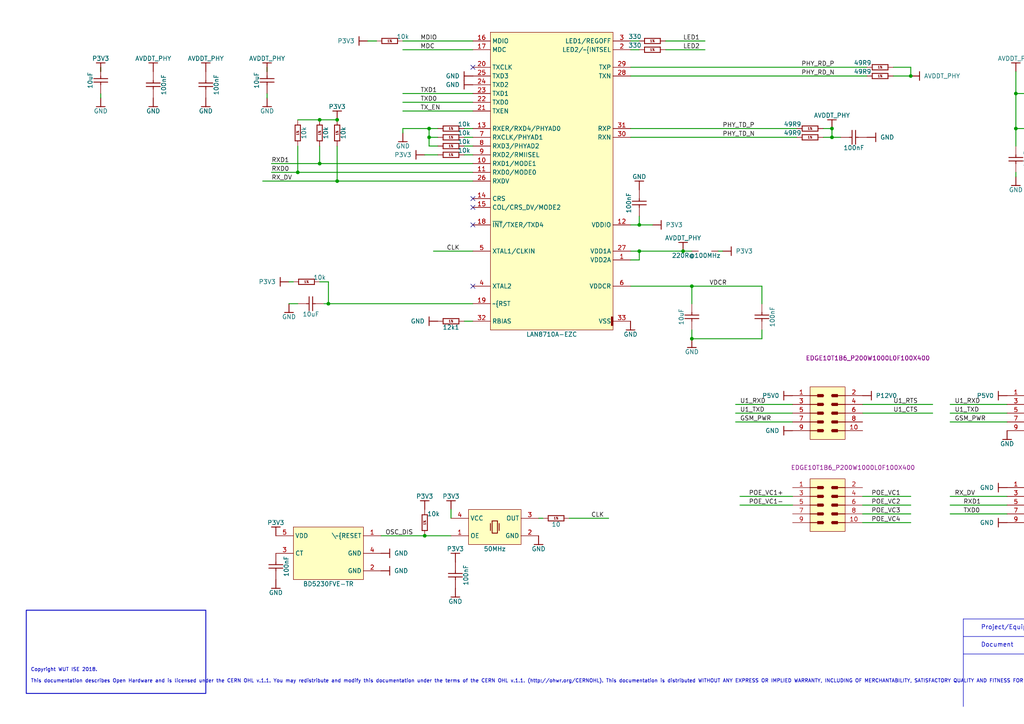
<source format=kicad_sch>
(kicad_sch (version 20220622) (generator eeschema)
  (paper "A4")
  (title_block (title "Title") (rev "1.0") (company "WUT ISE"))
  (junction (at 124.46 37.2872))
  (junction (at 124.46 39.8272))
  (junction (at 241.3 39.8272))
  (junction (at 97.79 52.5272))
  (junction (at 198.12 72.8472))
  (junction (at 92.71 34.7472))
  (junction (at 123.19 155.3972))
  (junction (at 200.66 83.0072))
  (junction (at 92.71 47.4472))
  (junction (at 294.64 27.1272))
  (junction (at 303.53 16.9672))
  (junction (at 185.42 72.8472))
  (junction (at 264.16 22.0472))
  (junction (at 185.42 65.2272))
  (junction (at 200.66 98.2472))
  (junction (at 294.64 37.2872))
  (junction (at 241.3 37.2872))
  (junction (at 95.25 88.0872))
  (junction (at 86.36 49.9872))
  (junction (at 97.79 34.7472))
  (no_connect (at 137.16 19.5072))
  (no_connect (at 137.16 60.1472))
  (no_connect (at 137.16 83.0072))
  (no_connect (at 137.16 65.2272))
  (no_connect (at 137.16 57.6072))
  (wire (pts (xy 130.81 155.3972) (xy 123.19 155.3972)) (stroke (width 0.254)))
  (wire (pts (xy 29.21 19.5072) (xy 29.21 20.7772)) (stroke (width 0.254)))
  (wire (pts (xy 312.42 146.5072) (xy 332.74 146.5072)) (stroke (width 0.254)))
  (wire (pts (xy 214.63 143.9672) (xy 229.87 143.9672)) (stroke (width 0.254)))
  (wire (pts (xy 130.81 147.7772) (xy 130.81 150.3172)) (stroke (width 0.254)))
  (wire (pts (xy 294.64 51.2572) (xy 294.64 49.9872)) (stroke (width 0.254)))
  (wire (pts (xy 176.53 150.3172) (xy 165.1 150.3172)) (stroke (width 0.254)))
  (wire (pts (xy 134.62 37.2872) (xy 137.16 37.2872)) (stroke (width 0.254)))
  (wire (pts (xy 220.98 83.0072) (xy 200.66 83.0072)) (stroke (width 0.254)))
  (wire (pts (xy 325.12 19.5072) (xy 330.2 19.5072)) (stroke (width 0.254)))
  (wire (pts (xy 303.53 9.3472) (xy 303.53 16.9672)) (stroke (width 0.254)))
  (wire (pts (xy 200.66 83.0072) (xy 182.88 83.0072)) (stroke (width 0.254)))
  (wire (pts (xy 185.42 72.8472) (xy 198.12 72.8472)) (stroke (width 0.254)))
  (wire (pts (xy 137.16 11.8872) (xy 116.84 11.8872)) (stroke (width 0.254)))
  (wire (pts (xy 312.42 149.0472) (xy 332.74 149.0472)) (stroke (width 0.254)))
  (wire (pts (xy 294.64 37.2872) (xy 294.64 42.3672)) (stroke (width 0.254)))
  (wire (pts (xy 124.46 42.3672) (xy 124.46 39.8272)) (stroke (width 0.254)))
  (wire (pts (xy 275.59 119.8372) (xy 292.1 119.8372)) (stroke (width 0.254)))
  (wire (pts (xy 86.36 49.9872) (xy 137.16 49.9872)) (stroke (width 0.254)))
  (wire (pts (xy 264.16 22.0472) (xy 264.16 19.5072)) (stroke (width 0.254)))
  (wire (pts (xy 97.79 52.5272) (xy 137.16 52.5272)) (stroke (width 0.254)))
  (wire (pts (xy 264.16 19.5072) (xy 259.08 19.5072)) (stroke (width 0.254)))
  (wire (pts (xy 231.14 37.2872) (xy 182.88 37.2872)) (stroke (width 0.254)))
  (wire (pts (xy 297.18 29.6672) (xy 330.2 29.6672)) (stroke (width 0.254)))
  (wire (pts (xy 77.47 20.7772) (xy 77.47 19.5072)) (stroke (width 0.254)))
  (wire (pts (xy 76.2 52.5272) (xy 97.79 52.5272)) (stroke (width 0.254)))
  (wire (pts (xy 250.19 146.5072) (xy 264.16 146.5072)) (stroke (width 0.254)))
  (wire (pts (xy 77.47 28.3972) (xy 77.47 27.1272)) (stroke (width 0.254)))
  (wire (pts (xy 200.66 88.0872) (xy 200.66 83.0072)) (stroke (width 0.254)))
  (wire (pts (xy 275.59 143.9672) (xy 292.1 143.9672)) (stroke (width 0.254)))
  (wire (pts (xy 157.48 150.3172) (xy 156.21 150.3172)) (stroke (width 0.254)))
  (wire (pts (xy 97.79 42.3672) (xy 97.79 52.5272)) (stroke (width 0.254)))
  (wire (pts (xy 204.47 14.4272) (xy 193.04 14.4272)) (stroke (width 0.254)))
  (wire (pts (xy 85.09 81.7372) (xy 83.82 81.7372)) (stroke (width 0.254)))
  (wire (pts (xy 137.16 39.8272) (xy 134.62 39.8272)) (stroke (width 0.254)))
  (wire (pts (xy 312.42 119.8372) (xy 332.74 119.8372)) (stroke (width 0.254)))
  (wire (pts (xy 182.88 22.0472) (xy 251.46 22.0472)) (stroke (width 0.254)))
  (wire (pts (xy 241.3 39.8272) (xy 241.3 37.2872)) (stroke (width 0.254)))
  (wire (pts (xy 200.66 98.2472) (xy 200.66 95.7072)) (stroke (width 0.254)))
  (wire (pts (xy 294.64 20.7772) (xy 294.64 27.1272)) (stroke (width 0.254)))
  (wire (pts (xy 292.1 122.3772) (xy 275.59 122.3772)) (stroke (width 0.254)))
  (wire (pts (xy 106.68 11.8872) (xy 109.22 11.8872)) (stroke (width 0.254)))
  (wire (pts (xy 95.25 88.0872) (xy 93.98 88.0872)) (stroke (width 0.254)))
  (wire (pts (xy 243.84 39.8272) (xy 241.3 39.8272)) (stroke (width 0.254)))
  (wire (pts (xy 124.46 37.2872) (xy 116.84 37.2872)) (stroke (width 0.254)))
  (wire (pts (xy 209.55 72.8472) (xy 208.28 72.8472)) (stroke (width 0.254)))
  (wire (pts (xy 182.88 14.4272) (xy 185.42 14.4272)) (stroke (width 0.254)))
  (wire (pts (xy 137.16 32.2072) (xy 116.84 32.2072)) (stroke (width 0.254)))
  (wire (pts (xy 314.96 16.9672) (xy 330.2 16.9672)) (stroke (width 0.254)))
  (wire (pts (xy 134.62 93.1672) (xy 137.16 93.1672)) (stroke (width 0.254)))
  (wire (pts (xy 220.98 95.7072) (xy 220.98 98.2472)) (stroke (width 0.254)))
  (wire (pts (xy 275.59 149.0472) (xy 292.1 149.0472)) (stroke (width 0.254)))
  (wire (pts (xy 137.16 27.1272) (xy 116.84 27.1272)) (stroke (width 0.254)))
  (wire (pts (xy 316.23 49.9872) (xy 330.2 49.9872)) (stroke (width 0.254)))
  (wire (pts (xy 78.74 49.9872) (xy 86.36 49.9872)) (stroke (width 0.254)))
  (wire (pts (xy 250.19 119.8372) (xy 270.51 119.8372)) (stroke (width 0.254)))
  (wire (pts (xy 185.42 62.6872) (xy 185.42 65.2272)) (stroke (width 0.254)))
  (wire (pts (xy 270.51 117.2972) (xy 250.19 117.2972)) (stroke (width 0.254)))
  (wire (pts (xy 78.74 47.4472) (xy 92.71 47.4472)) (stroke (width 0.254)))
  (wire (pts (xy 182.88 11.8872) (xy 185.42 11.8872)) (stroke (width 0.254)))
  (wire (pts (xy 303.53 16.9672) (xy 303.53 19.5072)) (stroke (width 0.254)))
  (wire (pts (xy 185.42 65.2272) (xy 182.88 65.2272)) (stroke (width 0.254)))
  (wire (pts (xy 137.16 72.8472) (xy 125.73 72.8472)) (stroke (width 0.254)))
  (wire (pts (xy 86.36 34.7472) (xy 92.71 34.7472)) (stroke (width 0.254)))
  (wire (pts (xy 124.46 39.8272) (xy 124.46 37.2872)) (stroke (width 0.254)))
  (wire (pts (xy 182.88 39.8272) (xy 231.14 39.8272)) (stroke (width 0.254)))
  (wire (pts (xy 182.88 19.5072) (xy 251.46 19.5072)) (stroke (width 0.254)))
  (wire (pts (xy 297.18 24.5872) (xy 330.2 24.5872)) (stroke (width 0.254)))
  (wire (pts (xy 332.74 117.2972) (xy 312.42 117.2972)) (stroke (width 0.254)))
  (wire (pts (xy 312.42 151.5872) (xy 332.74 151.5872)) (stroke (width 0.254)))
  (wire (pts (xy 200.66 72.8472) (xy 198.12 72.8472)) (stroke (width 0.254)))
  (wire (pts (xy 250.19 143.9672) (xy 264.16 143.9672)) (stroke (width 0.254)))
  (wire (pts (xy 213.36 119.8372) (xy 229.87 119.8372)) (stroke (width 0.254)))
  (wire (pts (xy 214.63 146.5072) (xy 229.87 146.5072)) (stroke (width 0.254)))
  (wire (pts (xy 297.18 39.8272) (xy 330.2 39.8272)) (stroke (width 0.254)))
  (wire (pts (xy 330.2 37.2872) (xy 294.64 37.2872)) (stroke (width 0.254)))
  (wire (pts (xy 241.3 37.2872) (xy 238.76 37.2872)) (stroke (width 0.254)))
  (wire (pts (xy 292.1 146.5072) (xy 275.59 146.5072)) (stroke (width 0.254)))
  (wire (pts (xy 309.88 72.8472) (xy 330.2 72.8472)) (stroke (width 0.254)))
  (wire (pts (xy 127 37.2872) (xy 124.46 37.2872)) (stroke (width 0.254)))
  (wire (pts (xy 259.08 22.0472) (xy 264.16 22.0472)) (stroke (width 0.254)))
  (wire (pts (xy 127 39.8272) (xy 124.46 39.8272)) (stroke (width 0.254)))
  (wire (pts (xy 220.98 88.0872) (xy 220.98 83.0072)) (stroke (width 0.254)))
  (wire (pts (xy 316.23 57.6072) (xy 330.2 57.6072)) (stroke (width 0.254)))
  (wire (pts (xy 297.18 34.7472) (xy 330.2 34.7472)) (stroke (width 0.254)))
  (wire (pts (xy 316.23 52.5272) (xy 330.2 52.5272)) (stroke (width 0.254)))
  (wire (pts (xy 250.19 151.5872) (xy 264.16 151.5872)) (stroke (width 0.254)))
  (wire (pts (xy 83.82 88.0872) (xy 86.36 88.0872)) (stroke (width 0.254)))
  (wire (pts (xy 95.25 81.7372) (xy 92.71 81.7372)) (stroke (width 0.254)))
  (wire (pts (xy 182.88 72.8472) (xy 185.42 72.8472)) (stroke (width 0.254)))
  (wire (pts (xy 316.23 55.0672) (xy 330.2 55.0672)) (stroke (width 0.254)))
  (wire (pts (xy 294.64 37.2872) (xy 294.64 27.1272)) (stroke (width 0.254)))
  (wire (pts (xy 303.53 19.5072) (xy 317.5 19.5072)) (stroke (width 0.254)))
  (wire (pts (xy 229.87 122.3772) (xy 213.36 122.3772)) (stroke (width 0.254)))
  (wire (pts (xy 238.76 39.8272) (xy 241.3 39.8272)) (stroke (width 0.254)))
  (wire (pts (xy 86.36 42.3672) (xy 86.36 49.9872)) (stroke (width 0.254)))
  (wire (pts (xy 185.42 75.3872) (xy 185.42 72.8472)) (stroke (width 0.254)))
  (wire (pts (xy 134.62 44.9072) (xy 137.16 44.9072)) (stroke (width 0.254)))
  (wire (pts (xy 275.59 117.2972) (xy 292.1 117.2972)) (stroke (width 0.254)))
  (wire (pts (xy 92.71 34.7472) (xy 97.79 34.7472)) (stroke (width 0.254)))
  (wire (pts (xy 213.36 117.2972) (xy 229.87 117.2972)) (stroke (width 0.254)))
  (wire (pts (xy 92.71 42.3672) (xy 92.71 47.4472)) (stroke (width 0.254)))
  (wire (pts (xy 321.31 122.3772) (xy 312.42 122.3772)) (stroke (width 0.254)))
  (wire (pts (xy 189.23 65.2272) (xy 185.42 65.2272)) (stroke (width 0.254)))
  (wire (pts (xy 116.84 14.4272) (xy 137.16 14.4272)) (stroke (width 0.254)))
  (wire (pts (xy 123.19 44.9072) (xy 127 44.9072)) (stroke (width 0.254)))
  (wire (pts (xy 313.69 65.2272) (xy 317.5 65.2272)) (stroke (width 0.254)))
  (wire (pts (xy 137.16 88.0872) (xy 95.25 88.0872)) (stroke (width 0.254)))
  (wire (pts (xy 116.84 29.6672) (xy 137.16 29.6672)) (stroke (width 0.254)))
  (wire (pts (xy 116.84 37.2872) (xy 116.84 38.5572)) (stroke (width 0.254)))
  (wire (pts (xy 250.19 149.0472) (xy 264.16 149.0472)) (stroke (width 0.254)))
  (wire (pts (xy 220.98 98.2472) (xy 200.66 98.2472)) (stroke (width 0.254)))
  (wire (pts (xy 127 42.3672) (xy 124.46 42.3672)) (stroke (width 0.254)))
  (wire (pts (xy 123.19 155.3972) (xy 110.49 155.3972)) (stroke (width 0.254)))
  (wire (pts (xy 312.42 143.9672) (xy 332.74 143.9672)) (stroke (width 0.254)))
  (wire (pts (xy 307.34 16.9672) (xy 303.53 16.9672)) (stroke (width 0.254)))
  (wire (pts (xy 95.25 88.0872) (xy 95.25 81.7372)) (stroke (width 0.254)))
  (wire (pts (xy 182.88 75.3872) (xy 185.42 75.3872)) (stroke (width 0.254)))
  (wire (pts (xy 137.16 42.3672) (xy 134.62 42.3672)) (stroke (width 0.254)))
  (wire (pts (xy 193.04 11.8872) (xy 204.47 11.8872)) (stroke (width 0.254)))
  (wire (pts (xy 294.64 27.1272) (xy 330.2 27.1272)) (stroke (width 0.254)))
  (wire (pts (xy 92.71 47.4472) (xy 137.16 47.4472)) (stroke (width 0.254)))
  (wire (pts (xy 325.12 65.2272) (xy 330.2 65.2272)) (stroke (width 0.254)))
  (wire (pts (xy 321.31 124.9172) (xy 312.42 124.9172)) (stroke (width 0.254)))
  (wire (pts (xy 29.21 28.3972) (xy 29.21 27.1272)) (stroke (width 0.254)))
  (polyline (pts (xy 414.02 189.6872) (xy 360.68 189.6872)) (stroke (width 0) (type solid)))
  (polyline (pts (xy 59.69 176.9872) (xy 7.62 176.9872) (xy 7.62 201.1172) (xy 59.69 201.1172) (xy 59.69 176.9872)) (stroke (width 0.254) (type solid)))
  (polyline (pts (xy 297.18 189.6872) (xy 279.4 189.6872)) (stroke (width 0) (type solid)))
  (polyline (pts (xy 396.24 184.6072) (xy 396.24 194.7672)) (stroke (width 0) (type solid)))
  (polyline (pts (xy 297.18 189.6872) (xy 297.18 204.9272)) (stroke (width 0) (type solid)))
  (polyline (pts (xy 279.4 179.5272) (xy 279.4 204.9272)) (stroke (width 0) (type solid)))
  (polyline (pts (xy 414.02 199.8472) (xy 297.18 199.8472)) (stroke (width 0) (type solid)))
  (polyline (pts (xy 342.9 199.8472) (xy 342.9 204.9272)) (stroke (width 0) (type solid)))
  (polyline (pts (xy 403.86 199.8472) (xy 403.86 204.9272)) (stroke (width 0) (type solid)))
  (polyline (pts (xy 414.02 194.7672) (xy 360.68 194.7672)) (stroke (width 0) (type solid)))
  (polyline (pts (xy 360.68 184.6072) (xy 360.68 199.8472)) (stroke (width 0) (type solid)))
  (polyline (pts (xy 414.02 179.5272) (xy 279.4 179.5272)) (stroke (width 0) (type solid)))
  (polyline (pts (xy 414.02 192.2272) (xy 360.68 192.2272)) (stroke (width 0) (type solid)))
  (polyline (pts (xy 414.02 187.1472) (xy 360.68 187.1472)) (stroke (width 0) (type solid)))
  (polyline (pts (xy 414.02 197.3072) (xy 360.68 197.3072)) (stroke (width 0) (type solid)))
  (polyline (pts (xy 408.94 199.8472) (xy 408.94 204.9272)) (stroke (width 0) (type solid)))
  (polyline (pts (xy 414.02 184.6072) (xy 279.4 184.6072)) (stroke (width 0) (type solid)))
  (text "${MODIFIEDBY}" (at 373.38 193.4972 0) (effects (font (size 1.27 1.27)) (justify left)))
  (text "${CHECKEDBY}" (at 373.38 190.9572 0) (effects (font (size 1.27 1.27)) (justify left)))
  (text "Project/Equipment" (at 284.48 182.0672 0) (effects (font (size 1.27 1.27)) (justify left)))
  (text "${TITLE2}" (at 327.66 194.7672 0) (effects (font (size 2.54 2.54) bold italic)))
  (text "Copyright WUT ISE 2018.\n\nThis documentation describes Open Hardware and is licensed under the CERN OHL v.1.1. You may redistribute and modify this documentation under the terms of the CERN OHL v.1.1. (http://ohwr.org/CERNOHL). This documentation is distributed WITHOUT ANY EXPRESS OR IMPLIED WARRANTY, INCLUDING OF MERCHANTABILITY, SATISFACTORY QUALITY AND FITNESS FOR A PARTICULAR PURPOSE. Please see the CERN OHL v.1.1 for applicable conditions.\n\n" (at 8.89 199.8472 0) (effects (font (size 1.016 1.016)) (justify left bottom)))
  (text "Drawn by" (at 363.22 188.4172 0) (effects (font (size 1.27 1.27)) (justify left)))
  (text "Designer" (at 363.22 185.8772 0) (effects (font (size 1.27 1.27)) (justify left)))
  (text "${DRAWNBY}" (at 373.38 188.4172 0) (effects (font (size 1.27 1.27)) (justify left)))
  (text "${REVISION}" (at 411.48 202.6412 0) (effects (font (size 1.524 1.524))))
  (text "${CHECKEDDATE}" (at 398.78 190.9572 0) (effects (font (size 1.27 1.27)) (justify left)))
  (text "${CURRENTTIME}" (at 383.54 198.5772 0) (effects (font (size 1.016 1.016)) (justify left)))
  (text "${FILENAME}" (at 373.38 196.0372 0) (effects (font (size 1.27 1.27)) (justify left)))
  (text "${ADDRESS3}" (at 358.14 202.3872 0) (effects (font (size 1.27 1.27)) (justify left)))
  (text "${##}" (at 410.21 198.5772 0) (effects (font (size 1.27 1.27))))
  (text "${ADDRESS1}" (at 314.96 202.3872 0) (effects (font (size 1.27 1.27) italic) (justify left)))
  (text "${#}" (at 405.13 198.5772 0) (effects (font (size 1.27 1.27))))
  (text "${CREATEDATE}" (at 398.78 188.4172 0) (effects (font (size 1.27 1.27)) (justify left)))
  (text "Rev" (at 411.48 200.6092 0) (effects (font (size 0.762 0.762))))
  (text "File" (at 363.22 196.0372 0) (effects (font (size 1.27 1.27)) (justify left)))
  (text "Check.by" (at 363.22 190.9572 0) (effects (font (size 1.27 1.27)) (justify left)))
  (text "Last Mod." (at 363.22 193.4972 0) (effects (font (size 1.27 1.27)) (justify left)))
  (text "Contact" (at 346.71 202.3872 0) (effects (font (size 1.27 1.27)) (justify left)))
  (text "Document" (at 284.48 187.1472 0) (effects (font (size 1.27 1.27)) (justify left)))
  (text "of" (at 407.67 198.5772 0) (effects (font (size 1.27 1.27))))
  (text "${DESIGNER}" (at 373.38 185.8772 0) (effects (font (size 1.27 1.27)) (justify left)))
  (text "Print Date" (at 363.22 198.5772 0) (effects (font (size 1.016 1.016)) (justify left)))
  (text "Size" (at 406.4 200.6092 0) (effects (font (size 0.762 0.762))))
  (text "${MODIFIEDDATE}" (at 398.78 193.4972 0) (effects (font (size 1.27 1.27)) (justify left)))
  (text "${TITLE}" (at 327.66 189.6872 0) (effects (font (size 2.54 2.54) bold italic)))
  (text "Sheet" (at 402.59 198.5772 0) (effects (font (size 1.27 1.27)) (justify right)))
  (text "${CURRENT_DATE}" (at 373.38 198.5772 0) (effects (font (size 1.016 1.016)) (justify left)))
  (text "A3" (at 406.4 202.6412 0) (effects (font (size 1.524 1.524))))
  (text "${PROJECTNAME}" (at 307.34 182.0672 0) (effects (font (size 1.524 1.524)) (justify left)))
  (label "POE_VC3" (at 252.73 149.0472 0))
  (label "TXD1" (at 121.92 27.1272 0))
  (label "PHY_RD_P" (at 299.72 34.7472 0))
  (label "RXD0" (at 78.74 49.9872 0))
  (label "MDC" (at 314.96 122.3772 0))
  (label "RX_DV" (at 276.86 143.9672 0))
  (label "LED2" (at 198.12 14.4272 0))
  (label "MDC" (at 121.92 14.4272 0))
  (label "GSM_PWR" (at 276.86 122.3772 0))
  (label "PHY_RD_P" (at 232.41 19.5072 0))
  (label "GSM_PWR" (at 214.63 122.3772 0))
  (label "POE_VC1" (at 318.77 49.9872 0))
  (label "VDCR" (at 205.74 83.0072 0))
  (label "U1_TXD" (at 276.86 119.8372 0))
  (label "LED1" (at 314.96 72.8472 0))
  (label "RXD1" (at 279.4 146.5072 0))
  (label "MDIO" (at 314.96 124.9172 0))
  (label "TXD1" (at 317.5 151.5872 0))
  (label "POE_VC3" (at 318.77 55.0672 0))
  (label "U1_RTS" (at 259.08 117.2972 0))
  (label "POE_VC1-" (at 217.17 146.5072 0))
  (label "CLK" (at 171.45 150.3172 0))
  (label "MDIO" (at 121.92 11.8872 0))
  (label "PHY_TD_N" (at 299.72 29.6672 0))
  (label "PHY_TD_P" (at 299.72 24.5872 0))
  (label "CLK" (at 129.54 72.8472 0))
  (label "TX_EN" (at 317.5 149.0472 0))
  (label "PHY_RD_N" (at 232.41 22.0472 0))
  (label "LED2" (at 320.04 16.9672 0))
  (label "POE_VC2" (at 318.77 52.5272 0))
  (label "PHY_RD_N" (at 299.72 39.8272 0))
  (label "U1_RXD" (at 276.86 117.2972 0))
  (label "TXD0" (at 279.4 149.0472 0))
  (label "TXD0" (at 121.92 29.6672 0))
  (label "PHY_TD_N" (at 209.55 39.8272 0))
  (label "OSC_DIS" (at 111.76 155.3972 0))
  (label "POE_VC1+" (at 217.17 143.9672 0))
  (label "POE_VC4" (at 252.73 151.5872 0))
  (label "TX_EN" (at 121.92 32.2072 0))
  (label "RX_DV" (at 78.74 52.5272 0))
  (label "RXD0" (at 317.5 146.5072 0))
  (label "RXD1" (at 78.74 47.4472 0))
  (label "U1_TXD" (at 214.63 119.8372 0))
  (label "U1_RXD" (at 214.63 117.2972 0))
  (label "CLK" (at 317.5 143.9672 0))
  (label "PHY_TD_P" (at 209.55 37.2872 0))
  (label "POE_VC4" (at 318.77 57.6072 0))
  (label "U1_CTS" (at 259.08 119.8372 0))
  (label "POE_VC2" (at 252.73 146.5072 0))
  (label "U1_CTS" (at 321.31 119.8372 0))
  (label "U1_RTS" (at 321.31 117.2972 0))
  (label "POE_VC1" (at 252.73 143.9672 0))
  (label "LED1" (at 198.12 11.8872 0))
  (symbol (lib_id "Sensor_Box_Ethernet-altium-import:0_Inductor") (at 200.66 72.8472 0) (unit 1)
    (default_instance (reference "U") (unit 1) (value "") (footprint ""))
    (property "Reference" "FB1" (effects hide))
    (property "Value" "${ALTIUM_VALUE}" (at 201.93 74.1172 0))
    (property "Footprint" "INDC2012X105N" (effects hide))
    (property "PART NUMBER" "IND0805_MURATA_BLM21PG221SN1D" (effects hide))
    (property "COMPONENT KIND" "Standard" (effects hide))
    (property "COMPONENT TYPE" "Standard" (effects hide))
    (property "FOOTPRINT" "INDC2012X105N" (effects hide))
    (property "PIN COUNT" "2" (effects hide))
    (property "ALTIUM_VALUE" "220R@100MHz" (effects hide))
    (property "STATUS" "None" (effects hide))
    (property "POWER" "2A" (effects hide))
    (property "RESISTANCE" "0.05R" (effects hide))
    (property "TOLERANCE" "±25%" (effects hide))
    (property "PART DESCRIPTION" "SMD EMIFIL Suppression Chip Ferrite Bead" (effects hide))
    (property "MANUFACTURER" "MURATA" (effects hide))
    (property "MANUFACTURER PART NUMBER" "BLM21PG221SN1D" (effects hide))
    (property "CASE" "0805" (effects hide))
    (property "MOUNTED" "Yes" (effects hide))
    (property "SOCKET" "No" (effects hide))
    (property "SMD" "Yes" (effects hide))
    (property "COMPONENTHEIGHT" "1.05mm" (effects hide))
    (property "HELPURL" "~{\\}cern.c~{h}df~{s}Application~{s}Altiu~{m}Datasheet~{s}IND0402_MURATA_BLM21P.pdf" (effects hide))
    (property "AUTHOR" "CERN DEM JLC" (effects hide))
    (property "CREATEDATE" "2010-01-25" (effects hide))
    (property "LATESTREVISIONDATE" "2010-01-25" (effects hide))
    (property "TABLE" "Inductors SMD" (effects hide))
  )
  (symbol (lib_id "Sensor_Box_Ethernet-altium-import:0_Capacitor - non polarized") (at 243.84 39.8272 0) (unit 1)
    (default_instance (reference "U") (unit 1) (value "") (footprint ""))
    (property "Reference" "C21" (effects hide))
    (property "Value" "${ALTIUM_VALUE}" (at 247.65 42.8752 0))
    (property "Footprint" "CAPC1005X55N" (effects hide))
    (property "PART NUMBER" "CC0402_100NF_16V_10%_X5R" (effects hide))
    (property "COMPONENT KIND" "Standard" (effects hide))
    (property "COMPONENT TYPE" "Standard" (effects hide))
    (property "FOOTPRINT" "CAPC1005X55N" (effects hide))
    (property "PIN COUNT" "2" (effects hide))
    (property "ALTIUM_VALUE" "100nF" (effects hide))
    (property "STATUS" "None" (effects hide))
    (property "VOLTAGE" "16V" (effects hide))
    (property "TC" "X5R" (effects hide))
    (property "TOLERANCE" "±10%" (effects hide))
    (property "PART DESCRIPTION" "SMD Multilayer Chip Ceramic Capacitor" (effects hide))
    (property "MANUFACTURER" "GENERIC" (effects hide))
    (property "MANUFACTURER PART NUMBER" "CC0402_100NF_16V_10%_X5R" (effects hide))
    (property "CASE" "0402" (effects hide))
    (property "MOUNTED" "Yes" (effects hide))
    (property "SOCKET" "No" (effects hide))
    (property "SMD" "Yes" (effects hide))
    (property "MANUFACTURER1 EXAMPLE" "MURATA" (effects hide))
    (property "MANUFACTURER1 PART NUMBER" "GRM155R61C104KA88D" (effects hide))
    (property "MANUFACTURER1 COMPONENTHEIGHT" "0.55mm" (effects hide))
    (property "HELPURL" "~{\\}cern.c~{h}df~{s}Application~{s}Altiu~{m}Datasheet~{s}CC0402_X5R_MURATA_GRM.pdf" (effects hide))
    (property "AUTHOR" "CERN DEM JLC" (effects hide))
    (property "CREATEDATE" "10.12.2013" (effects hide))
    (property "LATESTREVISIONDATE" "10.12.2013" (effects hide))
    (property "SENSE" "No" (effects hide))
  )
  (symbol (lib_id "Sensor_Box_Ethernet-altium-import:0_PCB Edge Connector 10 (2x5)") (at 297.18 138.8872 0) (unit 1)
    (default_instance (reference "U") (unit 1) (value "") (footprint ""))
    (property "Reference" "J11" (effects hide))
    (property "Value" "${FAMILY}" (effects hide))
    (property "Footprint" "EDGE10T5B10_P200W1000L0F100X400" (effects hide))
    (property "PART NUMBER" "EDGE10T5B10_P200W1000L0F100X400" (effects hide))
    (property "COMPONENT KIND" "Standard (No BOM)" (effects hide))
    (property "COMPONENT TYPE" "Standard (No BOM)" (effects hide))
    (property "FOOTPRINT" "EDGE10T5B10_P200W1000L0F100X400" (at 296.926 156.6672 0) (effects (justify left bottom)))
    (property "PIN COUNT" "10" (effects hide))
    (property "MOUNTED" "No" (effects hide))
    (property "SOCKET" "No" (effects hide))
    (property "PRESSFIT" "No" (effects hide))
    (property "SMD" "No" (effects hide))
    (property "SENSE" "No" (effects hide))
    (property "STATUS" "None" (effects hide))
    (property "PART DESCRIPTION" "10 Contacts Board Edge Connector, Pitch 2mm, Length 0mm, Width 10mm, Finger Lenght 4mm, Finger Width 1mm" (effects hide))
    (property "COMPONENTHEIGHT" "0mm" (effects hide))
    (property "HELPURL" "~{\\}cern.c~{h}df~{s}Application~{s}Altiu~{m}Datasheet~{s}EDGE10T5B10_P200W1000L0F100X400.pdf" (effects hide))
    (property "AUTHOR" "CERN DEM MR" (effects hide))
    (property "CREATEDATE" "14.02.2018" (effects hide))
    (property "LATESTREVISIONDATE" "14.02.2018" (effects hide))
  )
  (symbol (lib_id "Sensor_Box_Ethernet-altium-import:GND") (at 302.26 72.8472 0) (unit 1)
    (default_instance (reference "U") (unit 1) (value "") (footprint ""))
    (property "Reference" "#PWR?" (effects hide))
    (property "Value" "GND" (at 302.26 76.6572 0))
  )
  (symbol (lib_id "Sensor_Box_Ethernet-altium-import:1_Capacitor - non polarized") (at 80.01 168.0972 0) (unit 1)
    (default_instance (reference "U") (unit 1) (value "") (footprint ""))
    (property "Reference" "C27" (effects hide))
    (property "Value" "${ALTIUM_VALUE}" (at 83.058 164.2872 90))
    (property "Footprint" "CAPC1005X55N" (effects hide))
    (property "PART NUMBER" "CC0402_100NF_16V_10%_X5R" (effects hide))
    (property "COMPONENT KIND" "Standard" (effects hide))
    (property "COMPONENT TYPE" "Standard" (effects hide))
    (property "FOOTPRINT" "CAPC1005X55N" (effects hide))
    (property "PIN COUNT" "2" (effects hide))
    (property "ALTIUM_VALUE" "100nF" (effects hide))
    (property "STATUS" "None" (effects hide))
    (property "VOLTAGE" "16V" (effects hide))
    (property "TC" "X5R" (effects hide))
    (property "TOLERANCE" "±10%" (effects hide))
    (property "PART DESCRIPTION" "SMD Multilayer Chip Ceramic Capacitor" (effects hide))
    (property "MANUFACTURER" "GENERIC" (effects hide))
    (property "MANUFACTURER PART NUMBER" "CC0402_100NF_16V_10%_X5R" (effects hide))
    (property "CASE" "0402" (effects hide))
    (property "MOUNTED" "Yes" (effects hide))
    (property "SOCKET" "No" (effects hide))
    (property "SMD" "Yes" (effects hide))
    (property "MANUFACTURER1 EXAMPLE" "MURATA" (effects hide))
    (property "MANUFACTURER1 PART NUMBER" "GRM155R61C104KA88D" (effects hide))
    (property "MANUFACTURER1 COMPONENTHEIGHT" "0.55mm" (effects hide))
    (property "HELPURL" "~{\\}cern.c~{h}df~{s}Application~{s}Altiu~{m}Datasheet~{s}CC0402_X5R_MURATA_GRM.pdf" (effects hide))
    (property "AUTHOR" "CERN DEM JLC" (effects hide))
    (property "CREATEDATE" "10.12.2013" (effects hide))
    (property "LATESTREVISIONDATE" "10.12.2013" (effects hide))
    (property "SENSE" "No" (effects hide))
  )
  (symbol (lib_id "Sensor_Box_Ethernet-altium-import:GND") (at 292.1 141.4272 270) (unit 1)
    (default_instance (reference "U") (unit 1) (value "") (footprint ""))
    (property "Reference" "#PWR?" (effects hide))
    (property "Value" "GND" (at 288.29 141.4272 90) (effects (justify right)))
  )
  (symbol (lib_id "Sensor_Box_Ethernet-altium-import:0_VMON_BD5230FVE-TR") (at 85.09 152.8572 0) (unit 1)
    (default_instance (reference "U") (unit 1) (value "") (footprint ""))
    (property "Reference" "IC7" (effects hide))
    (property "Value" "${DEVICE}" (at 95.25 169.3672 0))
    (property "Footprint" "SOT95P280X145-5N" (effects hide))
    (property "PART NUMBER" "BD5230FVE-TR" (effects hide))
    (property "COMPONENT KIND" "Standard" (effects hide))
    (property "COMPONENT TYPE" "Standard" (effects hide))
    (property "DEVICE" "BD5230FVE-TR" (effects hide))
    (property "FOOTPRINT" "SOT95P280X145-5N" (effects hide))
    (property "PACKAGEDESCRIPTION" "SOT23, 5-Leads, Body 1.6x3.0mm, Pitch 0.95mm, IPC Medium Density" (effects hide))
    (property "PART DESCRIPTION" "5V, Low Quiescent Current, Programmable-Delay Supervisory Circuit" (effects hide))
    (property "MANUFACTURER" "Rohm" (effects hide))
    (property "MANUFACTURER PART NUMBER" "BD5230FVE-TR" (effects hide))
    (property "PIN COUNT" "5" (effects hide))
    (property "CASE" "SOT23-5" (effects hide))
    (property "MOUNTED" "Yes" (effects hide))
    (property "SOCKET" "No" (effects hide))
    (property "SMD" "Yes" (effects hide))
    (property "PRESSFIT" "No" (effects hide))
    (property "SENSE" "No" (effects hide))
    (property "BONDING" "No" (effects hide))
    (property "COMPONENTHEIGHT" "1.45mm" (effects hide))
    (property "AUTHOR" "GK" (effects hide))
    (property "HELPURL" "~{\\}cern.c~{h}df~{s}Application~{s}Altiu~{m}Datasheet~{s}TPS3808G50DBVT.pdf" (effects hide))
    (property "CREATEDATE" "02.03.2015" (effects hide))
    (property "LATESTREVISIONDATE" "02.03.2015" (effects hide))
  )
  (symbol (lib_id "Sensor_Box_Ethernet-altium-import:GND") (at 313.69 65.2272 270) (unit 1)
    (default_instance (reference "U") (unit 1) (value "") (footprint ""))
    (property "Reference" "#PWR?" (effects hide))
    (property "Value" "GND" (at 309.88 65.2272 90) (effects (justify right)))
  )
  (symbol (lib_id "Sensor_Box_Ethernet-altium-import:P3V3") (at 189.23 65.2272 90) (unit 1)
    (default_instance (reference "U") (unit 1) (value "") (footprint ""))
    (property "Reference" "#PWR?" (effects hide))
    (property "Value" "P3V3" (at 193.04 65.2272 90) (effects (justify right)))
  )
  (symbol (lib_id "Sensor_Box_Ethernet-altium-import:GND") (at 229.87 124.9172 270) (unit 1)
    (default_instance (reference "U") (unit 1) (value "") (footprint ""))
    (property "Reference" "#PWR?" (effects hide))
    (property "Value" "GND" (at 226.06 124.9172 90) (effects (justify right)))
  )
  (symbol (lib_id "Sensor_Box_Ethernet-altium-import:2_Resistor - 1%") (at 134.62 37.2872 0) (unit 1)
    (default_instance (reference "U") (unit 1) (value "") (footprint ""))
    (property "Reference" "R27" (effects hide))
    (property "Value" "${ALTIUM_VALUE}" (at 134.62 36.0172 0))
    (property "Footprint" "RESC1005X40N" (effects hide))
    (property "PART NUMBER" "R0402_10K_1%_0.0625W_100PPM" (effects hide))
    (property "COMPONENT KIND" "Standard" (effects hide))
    (property "COMPONENT TYPE" "Standard" (effects hide))
    (property "FOOTPRINT" "RESC1005X40N" (effects hide))
    (property "PIN COUNT" "2" (effects hide))
    (property "ALTIUM_VALUE" "10k" (effects hide))
    (property "STATUS" "Not recommended" (effects hide))
    (property "POWER" "0.0625W" (effects hide))
    (property "TC" "±100ppm/°C" (effects hide))
    (property "TOLERANCE" "±1%" (effects hide))
    (property "PART DESCRIPTION" "General Purpose Thick Film Chip Resistor" (effects hide))
    (property "MANUFACTURER" "GENERIC" (effects hide))
    (property "MANUFACTURER PART NUMBER" "R0402_10K_1%_0.0625W_100PPM" (effects hide))
    (property "CASE" "0402" (effects hide))
    (property "MOUNTED" "Yes" (effects hide))
    (property "SOCKET" "No" (effects hide))
    (property "SMD" "Yes" (effects hide))
    (property "MANUFACTURER1 EXAMPLE" "YAGEO PHYCOMP" (effects hide))
    (property "MANUFACTURER1 PART NUMBER" "232270671003L" (effects hide))
    (property "MANUFACTURER1 COMPONENTHEIGHT" "0.4mm" (effects hide))
    (property "HELPURL" "~{\\}cern.c~{h}df~{s}Application~{s}Altiu~{m}Datasheet~{s}R0402_Phycomp_RC0402.pdf" (effects hide))
    (property "AUTHOR" "CERN DEM JLC" (effects hide))
    (property "CREATEDATE" "2007-12-03" (effects hide))
    (property "LATESTREVISIONDATE" "2012-10-17" (effects hide))
    (property "TABLE" "Resistors SMD" (effects hide))
  )
  (symbol (lib_id "Sensor_Box_Ethernet-altium-import:GND") (at 29.21 28.3972 0) (unit 1)
    (default_instance (reference "U") (unit 1) (value "") (footprint ""))
    (property "Reference" "#PWR?" (effects hide))
    (property "Value" "GND" (at 29.21 32.2072 0))
  )
  (symbol (lib_id "Sensor_Box_Ethernet-altium-import:AVDDT_PHY") (at 241.3 37.2872 180) (unit 1)
    (default_instance (reference "U") (unit 1) (value "") (footprint ""))
    (property "Reference" "#PWR?" (effects hide))
    (property "Value" "AVDDT_PHY" (at 241.3 33.4772 0))
  )
  (symbol (lib_id "Sensor_Box_Ethernet-altium-import:2_Resistor - 1%") (at 134.62 39.8272 0) (unit 1)
    (default_instance (reference "U") (unit 1) (value "") (footprint ""))
    (property "Reference" "R32" (effects hide))
    (property "Value" "${ALTIUM_VALUE}" (at 134.62 38.5572 0))
    (property "Footprint" "RESC1005X40N" (effects hide))
    (property "PART NUMBER" "R0402_10K_1%_0.0625W_100PPM" (effects hide))
    (property "COMPONENT KIND" "Standard" (effects hide))
    (property "COMPONENT TYPE" "Standard" (effects hide))
    (property "FOOTPRINT" "RESC1005X40N" (effects hide))
    (property "PIN COUNT" "2" (effects hide))
    (property "ALTIUM_VALUE" "10k" (effects hide))
    (property "STATUS" "Not recommended" (effects hide))
    (property "POWER" "0.0625W" (effects hide))
    (property "TC" "±100ppm/°C" (effects hide))
    (property "TOLERANCE" "±1%" (effects hide))
    (property "PART DESCRIPTION" "General Purpose Thick Film Chip Resistor" (effects hide))
    (property "MANUFACTURER" "GENERIC" (effects hide))
    (property "MANUFACTURER PART NUMBER" "R0402_10K_1%_0.0625W_100PPM" (effects hide))
    (property "CASE" "0402" (effects hide))
    (property "MOUNTED" "Yes" (effects hide))
    (property "SOCKET" "No" (effects hide))
    (property "SMD" "Yes" (effects hide))
    (property "MANUFACTURER1 EXAMPLE" "YAGEO PHYCOMP" (effects hide))
    (property "MANUFACTURER1 PART NUMBER" "232270671003L" (effects hide))
    (property "MANUFACTURER1 COMPONENTHEIGHT" "0.4mm" (effects hide))
    (property "HELPURL" "~{\\}cern.c~{h}df~{s}Application~{s}Altiu~{m}Datasheet~{s}R0402_Phycomp_RC0402.pdf" (effects hide))
    (property "AUTHOR" "CERN DEM JLC" (effects hide))
    (property "CREATEDATE" "2007-12-03" (effects hide))
    (property "LATESTREVISIONDATE" "2012-10-17" (effects hide))
    (property "TABLE" "Resistors SMD" (effects hide))
  )
  (symbol (lib_id "Sensor_Box_Ethernet-altium-import:0_Resistor - 1%") (at 185.42 14.4272 0) (unit 1)
    (default_instance (reference "U") (unit 1) (value "") (footprint ""))
    (property "Reference" "R24" (effects hide))
    (property "Value" "${ALTIUM_VALUE}" (at 184.15 13.1572 0))
    (property "Footprint" "RESC1005X40N" (effects hide))
    (property "PART NUMBER" "R0402_330R_1%_0.0625W_100PPM" (effects hide))
    (property "COMPONENT KIND" "Standard" (effects hide))
    (property "COMPONENT TYPE" "Standard" (effects hide))
    (property "FOOTPRINT" "RESC1005X40N" (effects hide))
    (property "PIN COUNT" "2" (effects hide))
    (property "ALTIUM_VALUE" "330" (effects hide))
    (property "STATUS" "Not Recommended" (effects hide))
    (property "POWER" "0.0625W" (effects hide))
    (property "TC" "±100ppm/°C" (effects hide))
    (property "TOLERANCE" "±1%" (effects hide))
    (property "PART DESCRIPTION" "General Purpose Thick Film Chip Resistor" (effects hide))
    (property "MANUFACTURER" "GENERIC" (effects hide))
    (property "MANUFACTURER PART NUMBER" "R0402_330R_1%_0.0625W_100PPM" (effects hide))
    (property "CASE" "0402" (effects hide))
    (property "PRESSFIT" "No" (effects hide))
    (property "MOUNTED" "Yes" (effects hide))
    (property "SENSE" "No" (effects hide))
    (property "SOCKET" "No" (effects hide))
    (property "SMD" "Yes" (effects hide))
    (property "MANUFACTURER1 EXAMPLE" "YAGEO PHYCOMP" (effects hide))
    (property "MANUFACTURER1 PART NUMBER" "232270673301L" (effects hide))
    (property "MANUFACTURER1 COMPONENTHEIGHT" "0.4mm" (effects hide))
    (property "HELPURL" "~{\\}cern.c~{h}df~{s}Application~{s}Altiu~{m}Datasheet~{s}R0402_Phycomp_RC0402.pdf" (effects hide))
    (property "AUTHOR" "CERN DEM JLC" (effects hide))
    (property "CREATEDATE" "03.12.2007" (effects hide))
    (property "LATESTREVISIONDATE" "17.10.2012" (effects hide))
  )
  (symbol (lib_id "Sensor_Box_Ethernet-altium-import:GND") (at 386.08 16.9672 0) (unit 1)
    (default_instance (reference "U") (unit 1) (value "") (footprint ""))
    (property "Reference" "#PWR?" (effects hide))
    (property "Value" "GND" (at 386.08 20.7772 0))
  )
  (symbol (lib_id "Sensor_Box_Ethernet-altium-import:2_Resistor - 1%") (at 309.88 72.8472 0) (unit 1)
    (default_instance (reference "U") (unit 1) (value "") (footprint ""))
    (property "Reference" "R37" (effects hide))
    (property "Value" "${ALTIUM_VALUE}" (at 309.88 71.5772 0))
    (property "Footprint" "RESC1005X40N" (effects hide))
    (property "PART NUMBER" "R0402_10K_1%_0.0625W_100PPM" (effects hide))
    (property "COMPONENT KIND" "Standard" (effects hide))
    (property "COMPONENT TYPE" "Standard" (effects hide))
    (property "FOOTPRINT" "RESC1005X40N" (effects hide))
    (property "PIN COUNT" "2" (effects hide))
    (property "ALTIUM_VALUE" "10k" (effects hide))
    (property "STATUS" "Not recommended" (effects hide))
    (property "POWER" "0.0625W" (effects hide))
    (property "TC" "±100ppm/°C" (effects hide))
    (property "TOLERANCE" "±1%" (effects hide))
    (property "PART DESCRIPTION" "General Purpose Thick Film Chip Resistor" (effects hide))
    (property "MANUFACTURER" "GENERIC" (effects hide))
    (property "MANUFACTURER PART NUMBER" "R0402_10K_1%_0.0625W_100PPM" (effects hide))
    (property "CASE" "0402" (effects hide))
    (property "MOUNTED" "Yes" (effects hide))
    (property "SOCKET" "No" (effects hide))
    (property "SMD" "Yes" (effects hide))
    (property "MANUFACTURER1 EXAMPLE" "YAGEO PHYCOMP" (effects hide))
    (property "MANUFACTURER1 PART NUMBER" "232270671003L" (effects hide))
    (property "MANUFACTURER1 COMPONENTHEIGHT" "0.4mm" (effects hide))
    (property "HELPURL" "~{\\}cern.c~{h}df~{s}Application~{s}Altiu~{m}Datasheet~{s}R0402_Phycomp_RC0402.pdf" (effects hide))
    (property "AUTHOR" "CERN DEM JLC" (effects hide))
    (property "CREATEDATE" "2007-12-03" (effects hide))
    (property "LATESTREVISIONDATE" "2012-10-17" (effects hide))
    (property "TABLE" "Resistors SMD" (effects hide))
  )
  (symbol (lib_id "Sensor_Box_Ethernet-altium-import:0_PCB Edge Connector 10 (2x5)") (at 297.18 112.2172 0) (unit 1)
    (default_instance (reference "U") (unit 1) (value "") (footprint ""))
    (property "Reference" "J8" (effects hide))
    (property "Value" "${FAMILY}" (effects hide))
    (property "Footprint" "EDGE10T5B10_P200W1000L0F100X400" (effects hide))
    (property "PART NUMBER" "EDGE10T5B10_P200W1000L0F100X400" (effects hide))
    (property "COMPONENT KIND" "Standard (No BOM)" (effects hide))
    (property "COMPONENT TYPE" "Standard (No BOM)" (effects hide))
    (property "FOOTPRINT" "EDGE10T5B10_P200W1000L0F100X400" (at 296.926 129.9972 0) (effects (justify left bottom)))
    (property "PIN COUNT" "10" (effects hide))
    (property "MOUNTED" "No" (effects hide))
    (property "SOCKET" "No" (effects hide))
    (property "PRESSFIT" "No" (effects hide))
    (property "SMD" "No" (effects hide))
    (property "SENSE" "No" (effects hide))
    (property "STATUS" "None" (effects hide))
    (property "PART DESCRIPTION" "10 Contacts Board Edge Connector, Pitch 2mm, Length 0mm, Width 10mm, Finger Lenght 4mm, Finger Width 1mm" (effects hide))
    (property "COMPONENTHEIGHT" "0mm" (effects hide))
    (property "HELPURL" "~{\\}cern.c~{h}df~{s}Application~{s}Altiu~{m}Datasheet~{s}EDGE10T5B10_P200W1000L0F100X400.pdf" (effects hide))
    (property "AUTHOR" "CERN DEM MR" (effects hide))
    (property "CREATEDATE" "14.02.2018" (effects hide))
    (property "LATESTREVISIONDATE" "14.02.2018" (effects hide))
  )
  (symbol (lib_id "Sensor_Box_Ethernet-altium-import:0_Oscillator 1OE 2GND 3OUT 4VCC") (at 135.89 147.7772 0) (unit 1)
    (default_instance (reference "U") (unit 1) (value "") (footprint ""))
    (property "Reference" "OSC1" (effects hide))
    (property "Value" "${ALTIUM_VALUE}" (at 143.51 159.2072 0))
    (property "Footprint" "OSCSC254P320X500X130-4N" (effects hide))
    (property "PART NUMBER" "OSC_50MHZ_CTS_636L3I050M00000" (effects hide))
    (property "COMPONENT KIND" "Standard" (effects hide))
    (property "COMPONENT TYPE" "Standard" (effects hide))
    (property "FOOTPRINT" "OSCSC254P320X500X130-4N" (effects hide))
    (property "PACKAGEDESCRIPTION" "Oscillator, Side Concave; 2.54mm Pitch; 4 pin, 3.20mm L X 5.00mm W X 1.30mm H, IPC Medium Density" (effects hide))
    (property "ALTIUM_VALUE" "50MHz" (effects hide))
    (property "PART DESCRIPTION" "3.3V, ±50ppm, 30pF, -40..85°C, HCMOS/TTL Clock Oscillator, 636 Series" (effects hide))
    (property "MANUFACTURER" "CTS ELECTRONIC COMPONENTS" (effects hide))
    (property "MANUFACTURER PART NUMBER" "636L3I050M00000" (effects hide))
    (property "PIN COUNT" "4" (effects hide))
    (property "MOUNTED" "Yes" (effects hide))
    (property "SOCKET" "No" (effects hide))
    (property "SMD" "Yes" (effects hide))
    (property "PRESSFIT" "No" (effects hide))
    (property "SENSE" "No" (effects hide))
    (property "BONDING" "No" (effects hide))
    (property "COMPONENTHEIGHT" "1.3mm" (effects hide))
    (property "HELPURL" "~{\\}cern.c~{h}df~{s}Application~{s}Altiu~{m}Datasheet~{s}OSC_CTS_636.pdf" (effects hide))
    (property "AUTHOR" "CERN DEM JMW" (effects hide))
    (property "CREATEDATE" "22.09.2015" (effects hide))
    (property "LATESTREVISIONDATE" "22.09.2015" (effects hide))
  )
  (symbol (lib_id "Sensor_Box_Ethernet-altium-import:1_Resistor - 1%") (at 86.36 42.3672 0) (unit 1)
    (default_instance (reference "U") (unit 1) (value "") (footprint ""))
    (property "Reference" "R29" (effects hide))
    (property "Value" "${ALTIUM_VALUE}" (at 88.138 38.5572 90))
    (property "Footprint" "RESC1005X40N" (effects hide))
    (property "PART NUMBER" "R0402_10K_1%_0.0625W_100PPM" (effects hide))
    (property "COMPONENT KIND" "Standard" (effects hide))
    (property "COMPONENT TYPE" "Standard" (effects hide))
    (property "FOOTPRINT" "RESC1005X40N" (effects hide))
    (property "PIN COUNT" "2" (effects hide))
    (property "ALTIUM_VALUE" "10k" (effects hide))
    (property "STATUS" "Not recommended" (effects hide))
    (property "POWER" "0.0625W" (effects hide))
    (property "TC" "±100ppm/°C" (effects hide))
    (property "TOLERANCE" "±1%" (effects hide))
    (property "PART DESCRIPTION" "General Purpose Thick Film Chip Resistor" (effects hide))
    (property "MANUFACTURER" "GENERIC" (effects hide))
    (property "MANUFACTURER PART NUMBER" "R0402_10K_1%_0.0625W_100PPM" (effects hide))
    (property "CASE" "0402" (effects hide))
    (property "MOUNTED" "Yes" (effects hide))
    (property "SOCKET" "No" (effects hide))
    (property "SMD" "Yes" (effects hide))
    (property "MANUFACTURER1 EXAMPLE" "YAGEO PHYCOMP" (effects hide))
    (property "MANUFACTURER1 PART NUMBER" "232270671003L" (effects hide))
    (property "MANUFACTURER1 COMPONENTHEIGHT" "0.4mm" (effects hide))
    (property "HELPURL" "~{\\}cern.c~{h}df~{s}Application~{s}Altiu~{m}Datasheet~{s}R0402_Phycomp_RC0402.pdf" (effects hide))
    (property "AUTHOR" "CERN DEM JLC" (effects hide))
    (property "CREATEDATE" "2007-12-03" (effects hide))
    (property "LATESTREVISIONDATE" "2012-10-17" (effects hide))
    (property "TABLE" "Resistors SMD" (effects hide))
  )
  (symbol (lib_id "Sensor_Box_Ethernet-altium-import:GND") (at 110.49 160.4772 90) (unit 1)
    (default_instance (reference "U") (unit 1) (value "") (footprint ""))
    (property "Reference" "#PWR?" (effects hide))
    (property "Value" "GND" (at 114.3 160.4772 90) (effects (justify right)))
  )
  (symbol (lib_id "Sensor_Box_Ethernet-altium-import:P5V0") (at 229.87 114.7572 270) (unit 1)
    (default_instance (reference "U") (unit 1) (value "") (footprint ""))
    (property "Reference" "#PWR?" (effects hide))
    (property "Value" "P5V0" (at 226.06 114.7572 90) (effects (justify right)))
  )
  (symbol (lib_id "Sensor_Box_Ethernet-altium-import:0_AVX_00 9159 010 061 916") (at 336.451 106.9962 0) (unit 1)
    (default_instance (reference "U") (unit 1) (value "") (footprint ""))
    (property "Reference" "J2" (effects hide))
    (property "Value" "${FAMILY}" (effects hide))
    (property "Footprint" "AVX_00 9159 010 061 916" (effects hide))
    (property "PART NUMBER" "AVX_00 9159 010 061 916" (effects hide))
    (property "COMPONENT KIND" "Standard" (effects hide))
    (property "COMPONENT TYPE" "Standard" (effects hide))
    (property "FOOTPRINT" "AVX_00 9159 010 061 916" (effects hide))
    (property "PIN COUNT" "10" (effects hide))
    (property "MOUNTED" "Yes" (effects hide))
    (property "SOCKET" "No" (effects hide))
    (property "PRESSFIT" "No" (effects hide))
    (property "SMD" "No" (effects hide))
    (property "SENSE" "No" (effects hide))
    (property "STATUS" "None" (effects hide))
    (property "PART DESCRIPTION" "10 Contacts, 2mm Pitch, Open Ended Card Edge Connector, 9159 Series" (effects hide))
    (property "MANUFACTURER" "AVX" (effects hide))
    (property "MANUFACTURER PART NUMBER" "00 9159 010 061 916" (effects hide))
    (property "COMPONENTHEIGHT" "1.6mm" (effects hide))
    (property "HELPURL" "~{\\}cern.c~{h}df~{s}Application~{s}Altiu~{m}Datasheet~{s}AVX_00 9159 010 061 916.pdf" (effects hide))
    (property "AUTHOR" "CERN DEM MR" (effects hide))
    (property "CREATEDATE" "13.02.2018" (effects hide))
    (property "LATESTREVISIONDATE" "13.02.2018" (effects hide))
  )
  (symbol (lib_id "Sensor_Box_Ethernet-altium-import:P3V3") (at 130.81 147.7772 180) (unit 1)
    (default_instance (reference "U") (unit 1) (value "") (footprint ""))
    (property "Reference" "#PWR?" (effects hide))
    (property "Value" "P3V3" (at 130.81 143.9672 0))
  )
  (symbol (lib_id "Sensor_Box_Ethernet-altium-import:GND") (at 116.84 38.5572 0) (unit 1)
    (default_instance (reference "U") (unit 1) (value "") (footprint ""))
    (property "Reference" "#PWR?" (effects hide))
    (property "Value" "GND" (at 116.84 42.3672 0))
  )
  (symbol (lib_id "Sensor_Box_Ethernet-altium-import:GND") (at 59.69 28.3972 0) (unit 1)
    (default_instance (reference "U") (unit 1) (value "") (footprint ""))
    (property "Reference" "#PWR?" (effects hide))
    (property "Value" "GND" (at 59.69 32.2072 0))
  )
  (symbol (lib_id "Sensor_Box_Ethernet-altium-import:3_Capacitor - non polarized") (at 200.66 88.0872 0) (unit 1)
    (default_instance (reference "U") (unit 1) (value "") (footprint ""))
    (property "Reference" "C25" (effects hide))
    (property "Value" "${ALTIUM_VALUE}" (at 197.612 91.8972 90))
    (property "Footprint" "CAPC2012X135N" (effects hide))
    (property "PART NUMBER" "CC0805_10UF_16V_10%_X5R" (effects hide))
    (property "COMPONENT KIND" "Standard" (effects hide))
    (property "COMPONENT TYPE" "Standard" (effects hide))
    (property "FOOTPRINT" "CAPC2012X135N" (effects hide))
    (property "PIN COUNT" "2" (effects hide))
    (property "ALTIUM_VALUE" "10uF" (effects hide))
    (property "STATUS" "Preferred" (effects hide))
    (property "VOLTAGE" "16V" (effects hide))
    (property "TC" "X5R" (effects hide))
    (property "TOLERANCE" "±10%" (effects hide))
    (property "PART DESCRIPTION" "SMD Multilayer Chip Ceramic Capacitor" (effects hide))
    (property "MANUFACTURER" "GENERIC" (effects hide))
    (property "MANUFACTURER PART NUMBER" "CC0805_10UF_16V_10%_X5R" (effects hide))
    (property "CASE" "0805" (effects hide))
    (property "MOUNTED" "Yes" (effects hide))
    (property "SOCKET" "No" (effects hide))
    (property "SMD" "Yes" (effects hide))
    (property "MANUFACTURER1 EXAMPLE" "KEMET" (effects hide))
    (property "MANUFACTURER1 PART NUMBER" "C0805C106K4PAC" (effects hide))
    (property "MANUFACTURER1 COMPONENTHEIGHT" "1.4mm" (effects hide))
    (property "HELPURL" "~{\\}cern.c~{h}df~{s}Application~{s}Altiu~{m}Datasheet~{s}CC1206_X5R_KEMET.pdf" (effects hide))
    (property "AUTHOR" "CERN DEM JLC" (effects hide))
    (property "CREATEDATE" "03.12.2007" (effects hide))
    (property "LATESTREVISIONDATE" "03.12.2007" (effects hide))
    (property "SENSE" "No" (effects hide))
  )
  (symbol (lib_id "Sensor_Box_Ethernet-altium-import:GND") (at 77.47 28.3972 0) (unit 1)
    (default_instance (reference "U") (unit 1) (value "") (footprint ""))
    (property "Reference" "#PWR?" (effects hide))
    (property "Value" "GND" (at 77.47 32.2072 0))
  )
  (symbol (lib_id "Sensor_Box_Ethernet-altium-import:1_Capacitor - non polarized") (at 294.64 49.9872 0) (unit 1)
    (default_instance (reference "U") (unit 1) (value "") (footprint ""))
    (property "Reference" "C22" (effects hide))
    (property "Value" "${ALTIUM_VALUE}" (at 297.688 46.1772 90))
    (property "Footprint" "CAPC1608X87N" (effects hide))
    (property "PART NUMBER" "CC0603_10NF_50V_5%_C0G" (effects hide))
    (property "COMPONENT KIND" "Standard" (effects hide))
    (property "COMPONENT TYPE" "Standard" (effects hide))
    (property "FOOTPRINT" "CAPC1608X87N" (effects hide))
    (property "PIN COUNT" "2" (effects hide))
    (property "ALTIUM_VALUE" "10nF" (effects hide))
    (property "STATUS" "Preferred" (effects hide))
    (property "VOLTAGE" "50V" (effects hide))
    (property "TC" "C0G/NP0" (effects hide))
    (property "TOLERANCE" "±5%" (effects hide))
    (property "PART DESCRIPTION" "SMD Multilayer Chip Ceramic Capacitor" (effects hide))
    (property "MANUFACTURER" "GENERIC" (effects hide))
    (property "MANUFACTURER PART NUMBER" "CC0603_10NF_50V_5%_C0G" (effects hide))
    (property "CASE" "0603" (effects hide))
    (property "MOUNTED" "Yes" (effects hide))
    (property "SOCKET" "No" (effects hide))
    (property "SMD" "Yes" (effects hide))
    (property "SENSE" "No" (effects hide))
    (property "MANUFACTURER1 EXAMPLE" "TDK" (effects hide))
    (property "MANUFACTURER1 PART NUMBER" "C1608C0G1H103J080AA" (effects hide))
    (property "MANUFACTURER1 COMPONENTHEIGHT" "0.9mm" (effects hide))
    (property "HELPURL" "~{\\}cern.c~{h}df~{s}Application~{s}Altiu~{m}Datasheet~{s}CC0603_C0G_TDK_C.pdf" (effects hide))
    (property "AUTHOR" "CERN DEM JLC" (effects hide))
    (property "CREATEDATE" "10.12.2014" (effects hide))
    (property "LATESTREVISIONDATE" "10.12.2014" (effects hide))
  )
  (symbol (lib_id "Sensor_Box_Ethernet-altium-import:2_Resistor - 1%") (at 134.62 42.3672 0) (unit 1)
    (default_instance (reference "U") (unit 1) (value "") (footprint ""))
    (property "Reference" "R34" (effects hide))
    (property "Value" "${ALTIUM_VALUE}" (at 134.62 41.0972 0))
    (property "Footprint" "RESC1005X40N" (effects hide))
    (property "PART NUMBER" "R0402_10K_1%_0.0625W_100PPM" (effects hide))
    (property "COMPONENT KIND" "Standard" (effects hide))
    (property "COMPONENT TYPE" "Standard" (effects hide))
    (property "FOOTPRINT" "RESC1005X40N" (effects hide))
    (property "PIN COUNT" "2" (effects hide))
    (property "ALTIUM_VALUE" "10k" (effects hide))
    (property "STATUS" "Not recommended" (effects hide))
    (property "POWER" "0.0625W" (effects hide))
    (property "TC" "±100ppm/°C" (effects hide))
    (property "TOLERANCE" "±1%" (effects hide))
    (property "PART DESCRIPTION" "General Purpose Thick Film Chip Resistor" (effects hide))
    (property "MANUFACTURER" "GENERIC" (effects hide))
    (property "MANUFACTURER PART NUMBER" "R0402_10K_1%_0.0625W_100PPM" (effects hide))
    (property "CASE" "0402" (effects hide))
    (property "MOUNTED" "Yes" (effects hide))
    (property "SOCKET" "No" (effects hide))
    (property "SMD" "Yes" (effects hide))
    (property "MANUFACTURER1 EXAMPLE" "YAGEO PHYCOMP" (effects hide))
    (property "MANUFACTURER1 PART NUMBER" "232270671003L" (effects hide))
    (property "MANUFACTURER1 COMPONENTHEIGHT" "0.4mm" (effects hide))
    (property "HELPURL" "~{\\}cern.c~{h}df~{s}Application~{s}Altiu~{m}Datasheet~{s}R0402_Phycomp_RC0402.pdf" (effects hide))
    (property "AUTHOR" "CERN DEM JLC" (effects hide))
    (property "CREATEDATE" "2007-12-03" (effects hide))
    (property "LATESTREVISIONDATE" "2012-10-17" (effects hide))
    (property "TABLE" "Resistors SMD" (effects hide))
  )
  (symbol (lib_id "Sensor_Box_Ethernet-altium-import:0_Resistor - 1%") (at 231.14 37.2872 0) (unit 1)
    (default_instance (reference "U") (unit 1) (value "") (footprint ""))
    (property "Reference" "R28" (effects hide))
    (property "Value" "${ALTIUM_VALUE}" (at 229.87 36.0172 0))
    (property "Footprint" "RESC1005X40N" (effects hide))
    (property "PART NUMBER" "R0402_49R9_1%_0.0625W_100PPM" (effects hide))
    (property "COMPONENT KIND" "Standard" (effects hide))
    (property "COMPONENT TYPE" "Standard" (effects hide))
    (property "FOOTPRINT" "RESC1005X40N" (effects hide))
    (property "PIN COUNT" "2" (effects hide))
    (property "ALTIUM_VALUE" "49R9" (effects hide))
    (property "STATUS" "Not recommended" (effects hide))
    (property "POWER" "0.0625W" (effects hide))
    (property "TC" "±100ppm/°C" (effects hide))
    (property "TOLERANCE" "±1%" (effects hide))
    (property "PART DESCRIPTION" "General Purpose Thick Film Chip Resistor" (effects hide))
    (property "MANUFACTURER" "GENERIC" (effects hide))
    (property "MANUFACTURER PART NUMBER" "R0402_49R9_1%_0.0625W_100PPM" (effects hide))
    (property "CASE" "0402" (effects hide))
    (property "MOUNTED" "Yes" (effects hide))
    (property "SOCKET" "No" (effects hide))
    (property "SMD" "Yes" (effects hide))
    (property "MANUFACTURER1 EXAMPLE" "YAGEO PHYCOMP" (effects hide))
    (property "MANUFACTURER1 PART NUMBER" "232270674999L or RC0402FR-0749R9L" (effects hide))
    (property "MANUFACTURER1 COMPONENTHEIGHT" "0.4mm" (effects hide))
    (property "HELPURL" "~{\\}cern.c~{h}df~{s}Application~{s}Altiu~{m}Datasheet~{s}R0402_Phycomp_RC0402.pdf" (effects hide))
    (property "AUTHOR" "CERN DEM JLC" (effects hide))
    (property "CREATEDATE" "2012-10-24" (effects hide))
    (property "LATESTREVISIONDATE" "2012-10-24" (effects hide))
    (property "TABLE" "Resistors SMD" (effects hide))
  )
  (symbol (lib_id "Sensor_Box_Ethernet-altium-import:2_Resistor - 1%") (at 116.84 11.8872 0) (unit 1)
    (default_instance (reference "U") (unit 1) (value "") (footprint ""))
    (property "Reference" "R10" (effects hide))
    (property "Value" "${ALTIUM_VALUE}" (at 116.84 10.6172 0))
    (property "Footprint" "RESC1005X40N" (effects hide))
    (property "PART NUMBER" "R0402_10K_1%_0.0625W_100PPM" (effects hide))
    (property "COMPONENT KIND" "Standard" (effects hide))
    (property "COMPONENT TYPE" "Standard" (effects hide))
    (property "FOOTPRINT" "RESC1005X40N" (effects hide))
    (property "PIN COUNT" "2" (effects hide))
    (property "ALTIUM_VALUE" "10k" (effects hide))
    (property "STATUS" "Not recommended" (effects hide))
    (property "POWER" "0.0625W" (effects hide))
    (property "TC" "±100ppm/°C" (effects hide))
    (property "TOLERANCE" "±1%" (effects hide))
    (property "PART DESCRIPTION" "General Purpose Thick Film Chip Resistor" (effects hide))
    (property "MANUFACTURER" "GENERIC" (effects hide))
    (property "MANUFACTURER PART NUMBER" "R0402_10K_1%_0.0625W_100PPM" (effects hide))
    (property "CASE" "0402" (effects hide))
    (property "MOUNTED" "Yes" (effects hide))
    (property "SOCKET" "No" (effects hide))
    (property "SMD" "Yes" (effects hide))
    (property "MANUFACTURER1 EXAMPLE" "YAGEO PHYCOMP" (effects hide))
    (property "MANUFACTURER1 PART NUMBER" "232270671003L" (effects hide))
    (property "MANUFACTURER1 COMPONENTHEIGHT" "0.4mm" (effects hide))
    (property "HELPURL" "~{\\}cern.c~{h}df~{s}Application~{s}Altiu~{m}Datasheet~{s}R0402_Phycomp_RC0402.pdf" (effects hide))
    (property "AUTHOR" "CERN DEM JLC" (effects hide))
    (property "CREATEDATE" "2007-12-03" (effects hide))
    (property "LATESTREVISIONDATE" "2012-10-17" (effects hide))
    (property "TABLE" "Resistors SMD" (effects hide))
  )
  (symbol (lib_id "Sensor_Box_Ethernet-altium-import:GND") (at 83.82 88.0872 0) (unit 1)
    (default_instance (reference "U") (unit 1) (value "") (footprint ""))
    (property "Reference" "#PWR?" (effects hide))
    (property "Value" "GND" (at 83.82 91.8972 0))
  )
  (symbol (lib_id "Sensor_Box_Ethernet-altium-import:AVDDT_PHY") (at 294.64 20.7772 180) (unit 1)
    (default_instance (reference "U") (unit 1) (value "") (footprint ""))
    (property "Reference" "#PWR?" (effects hide))
    (property "Value" "AVDDT_PHY" (at 294.64 16.9672 0))
  )
  (symbol (lib_id "Sensor_Box_Ethernet-altium-import:GND") (at 80.01 168.0972 0) (unit 1)
    (default_instance (reference "U") (unit 1) (value "") (footprint ""))
    (property "Reference" "#PWR?" (effects hide))
    (property "Value" "GND" (at 80.01 171.9072 0))
  )
  (symbol (lib_id "Sensor_Box_Ethernet-altium-import:2_Resistor - 1%") (at 259.08 19.5072 0) (unit 1)
    (default_instance (reference "U") (unit 1) (value "") (footprint ""))
    (property "Reference" "R25" (effects hide))
    (property "Value" "${ALTIUM_VALUE}" (at 250.19 18.2372 0))
    (property "Footprint" "RESC1005X40N" (effects hide))
    (property "PART NUMBER" "R0402_49R9_1%_0.0625W_100PPM" (effects hide))
    (property "COMPONENT KIND" "Standard" (effects hide))
    (property "COMPONENT TYPE" "Standard" (effects hide))
    (property "FOOTPRINT" "RESC1005X40N" (effects hide))
    (property "PIN COUNT" "2" (effects hide))
    (property "ALTIUM_VALUE" "49R9" (effects hide))
    (property "STATUS" "Not recommended" (effects hide))
    (property "POWER" "0.0625W" (effects hide))
    (property "TC" "±100ppm/°C" (effects hide))
    (property "TOLERANCE" "±1%" (effects hide))
    (property "PART DESCRIPTION" "General Purpose Thick Film Chip Resistor" (effects hide))
    (property "MANUFACTURER" "GENERIC" (effects hide))
    (property "MANUFACTURER PART NUMBER" "R0402_49R9_1%_0.0625W_100PPM" (effects hide))
    (property "CASE" "0402" (effects hide))
    (property "MOUNTED" "Yes" (effects hide))
    (property "SOCKET" "No" (effects hide))
    (property "SMD" "Yes" (effects hide))
    (property "MANUFACTURER1 EXAMPLE" "YAGEO PHYCOMP" (effects hide))
    (property "MANUFACTURER1 PART NUMBER" "232270674999L or RC0402FR-0749R9L" (effects hide))
    (property "MANUFACTURER1 COMPONENTHEIGHT" "0.4mm" (effects hide))
    (property "HELPURL" "~{\\}cern.c~{h}df~{s}Application~{s}Altiu~{m}Datasheet~{s}R0402_Phycomp_RC0402.pdf" (effects hide))
    (property "AUTHOR" "CERN DEM JLC" (effects hide))
    (property "CREATEDATE" "2012-10-24" (effects hide))
    (property "LATESTREVISIONDATE" "2012-10-24" (effects hide))
    (property "TABLE" "Resistors SMD" (effects hide))
  )
  (symbol (lib_id "Sensor_Box_Ethernet-altium-import:3_Capacitor - non polarized") (at 185.42 55.0672 0) (unit 1)
    (default_instance (reference "U") (unit 1) (value "") (footprint ""))
    (property "Reference" "C23" (effects hide))
    (property "Value" "${ALTIUM_VALUE}" (at 182.372 58.8772 90))
    (property "Footprint" "CAPC1005X55N" (effects hide))
    (property "PART NUMBER" "CC0402_100NF_16V_10%_X5R" (effects hide))
    (property "COMPONENT KIND" "Standard" (effects hide))
    (property "COMPONENT TYPE" "Standard" (effects hide))
    (property "FOOTPRINT" "CAPC1005X55N" (effects hide))
    (property "PIN COUNT" "2" (effects hide))
    (property "ALTIUM_VALUE" "100nF" (effects hide))
    (property "STATUS" "None" (effects hide))
    (property "VOLTAGE" "16V" (effects hide))
    (property "TC" "X5R" (effects hide))
    (property "TOLERANCE" "±10%" (effects hide))
    (property "PART DESCRIPTION" "SMD Multilayer Chip Ceramic Capacitor" (effects hide))
    (property "MANUFACTURER" "GENERIC" (effects hide))
    (property "MANUFACTURER PART NUMBER" "CC0402_100NF_16V_10%_X5R" (effects hide))
    (property "CASE" "0402" (effects hide))
    (property "MOUNTED" "Yes" (effects hide))
    (property "SOCKET" "No" (effects hide))
    (property "SMD" "Yes" (effects hide))
    (property "MANUFACTURER1 EXAMPLE" "MURATA" (effects hide))
    (property "MANUFACTURER1 PART NUMBER" "GRM155R61C104KA88D" (effects hide))
    (property "MANUFACTURER1 COMPONENTHEIGHT" "0.55mm" (effects hide))
    (property "HELPURL" "~{\\}cern.c~{h}df~{s}Application~{s}Altiu~{m}Datasheet~{s}CC0402_X5R_MURATA_GRM.pdf" (effects hide))
    (property "AUTHOR" "CERN DEM JLC" (effects hide))
    (property "CREATEDATE" "10.12.2013" (effects hide))
    (property "LATESTREVISIONDATE" "10.12.2013" (effects hide))
    (property "SENSE" "No" (effects hide))
  )
  (symbol (lib_id "Sensor_Box_Ethernet-altium-import:AVDDT_PHY") (at 59.69 20.7772 180) (unit 1)
    (default_instance (reference "U") (unit 1) (value "") (footprint ""))
    (property "Reference" "#PWR?" (effects hide))
    (property "Value" "AVDDT_PHY" (at 59.69 16.9672 0))
  )
  (symbol (lib_id "Sensor_Box_Ethernet-altium-import:P3V3") (at 312.42 141.4272 90) (unit 1)
    (default_instance (reference "U") (unit 1) (value "") (footprint ""))
    (property "Reference" "#PWR?" (effects hide))
    (property "Value" "P3V3" (at 316.23 141.4272 90) (effects (justify right)))
  )
  (symbol (lib_id "Sensor_Box_Ethernet-altium-import:0_Resistor - 1%") (at 127 93.1672 0) (unit 1)
    (default_instance (reference "U") (unit 1) (value "") (footprint ""))
    (property "Reference" "R39" (effects hide))
    (property "Value" "${ALTIUM_VALUE}" (at 130.81 94.9452 0))
    (property "Footprint" "RESC1005X40N" (effects hide))
    (property "PART NUMBER" "R0402_12K1_1%_0.0625W_100PPM" (effects hide))
    (property "COMPONENT KIND" "Standard" (effects hide))
    (property "COMPONENT TYPE" "Standard" (effects hide))
    (property "FOOTPRINT" "RESC1005X40N" (effects hide))
    (property "PIN COUNT" "2" (effects hide))
    (property "ALTIUM_VALUE" "12k1" (effects hide))
    (property "STATUS" "Not recommended" (effects hide))
    (property "POWER" "0.0625W" (effects hide))
    (property "TC" "±100ppm/°C" (effects hide))
    (property "TOLERANCE" "±1%" (effects hide))
    (property "PART DESCRIPTION" "General Purpose Thick Film Chip Resistor" (effects hide))
    (property "MANUFACTURER" "GENERIC" (effects hide))
    (property "MANUFACTURER PART NUMBER" "R0402_12K1_1%_0.0625W_100PPM" (effects hide))
    (property "CASE" "0402" (effects hide))
    (property "MOUNTED" "Yes" (effects hide))
    (property "SOCKET" "No" (effects hide))
    (property "SMD" "Yes" (effects hide))
    (property "MANUFACTURER1 EXAMPLE" "YAGEO PHYCOMP" (effects hide))
    (property "MANUFACTURER1 PART NUMBER" "232270671213L or RC0402FR-0712K1L" (effects hide))
    (property "MANUFACTURER1 COMPONENTHEIGHT" "0.4mm" (effects hide))
    (property "HELPURL" "~{\\}cern.c~{h}df~{s}Application~{s}Altiu~{m}Datasheet~{s}R0402_Phycomp_RC0402.pdf" (effects hide))
    (property "AUTHOR" "CERN DEM JLC" (effects hide))
    (property "CREATEDATE" "2012-10-24" (effects hide))
    (property "LATESTREVISIONDATE" "2012-10-24" (effects hide))
    (property "TABLE" "Resistors SMD" (effects hide))
  )
  (symbol (lib_id "Sensor_Box_Ethernet-altium-import:3_Capacitor - non polarized") (at 77.47 19.5072 0) (unit 1)
    (default_instance (reference "U") (unit 1) (value "") (footprint ""))
    (property "Reference" "C18" (effects hide))
    (property "Value" "${ALTIUM_VALUE}" (at 74.422 23.3172 90))
    (property "Footprint" "CAPC2012X135N" (effects hide))
    (property "PART NUMBER" "CC0805_10UF_16V_10%_X5R" (effects hide))
    (property "COMPONENT KIND" "Standard" (effects hide))
    (property "COMPONENT TYPE" "Standard" (effects hide))
    (property "FOOTPRINT" "CAPC2012X135N" (effects hide))
    (property "PIN COUNT" "2" (effects hide))
    (property "ALTIUM_VALUE" "10uF" (effects hide))
    (property "STATUS" "Preferred" (effects hide))
    (property "VOLTAGE" "16V" (effects hide))
    (property "TC" "X5R" (effects hide))
    (property "TOLERANCE" "±10%" (effects hide))
    (property "PART DESCRIPTION" "SMD Multilayer Chip Ceramic Capacitor" (effects hide))
    (property "MANUFACTURER" "GENERIC" (effects hide))
    (property "MANUFACTURER PART NUMBER" "CC0805_10UF_16V_10%_X5R" (effects hide))
    (property "CASE" "0805" (effects hide))
    (property "MOUNTED" "Yes" (effects hide))
    (property "SOCKET" "No" (effects hide))
    (property "SMD" "Yes" (effects hide))
    (property "MANUFACTURER1 EXAMPLE" "KEMET" (effects hide))
    (property "MANUFACTURER1 PART NUMBER" "C0805C106K4PAC" (effects hide))
    (property "MANUFACTURER1 COMPONENTHEIGHT" "1.4mm" (effects hide))
    (property "HELPURL" "~{\\}cern.c~{h}df~{s}Application~{s}Altiu~{m}Datasheet~{s}CC1206_X5R_KEMET.pdf" (effects hide))
    (property "AUTHOR" "CERN DEM JLC" (effects hide))
    (property "CREATEDATE" "03.12.2007" (effects hide))
    (property "LATESTREVISIONDATE" "03.12.2007" (effects hide))
    (property "SENSE" "No" (effects hide))
  )
  (symbol (lib_id "Sensor_Box_Ethernet-altium-import:AVDDT_PHY") (at 264.16 22.0472 90) (unit 1)
    (default_instance (reference "U") (unit 1) (value "") (footprint ""))
    (property "Reference" "#PWR?" (effects hide))
    (property "Value" "AVDDT_PHY" (at 267.97 22.0472 90) (effects (justify right)))
  )
  (symbol (lib_id "Sensor_Box_Ethernet-altium-import:GND") (at 185.42 55.0672 180) (unit 1)
    (default_instance (reference "U") (unit 1) (value "") (footprint ""))
    (property "Reference" "#PWR?" (effects hide))
    (property "Value" "GND" (at 185.42 51.2572 0))
  )
  (symbol (lib_id "Sensor_Box_Ethernet-altium-import:P12V0") (at 312.42 114.7572 90) (unit 1)
    (default_instance (reference "U") (unit 1) (value "") (footprint ""))
    (property "Reference" "#PWR?" (effects hide))
    (property "Value" "P12V0" (at 316.23 114.7572 90) (effects (justify right)))
  )
  (symbol (lib_id "Sensor_Box_Ethernet-altium-import:0_Capacitor - non polarized") (at 86.36 88.0872 0) (unit 1)
    (default_instance (reference "U") (unit 1) (value "") (footprint ""))
    (property "Reference" "C24" (effects hide))
    (property "Value" "${ALTIUM_VALUE}" (at 90.17 91.1352 0))
    (property "Footprint" "CAPC2012X135N" (effects hide))
    (property "PART NUMBER" "CC0805_10UF_16V_10%_X5R" (effects hide))
    (property "COMPONENT KIND" "Standard" (effects hide))
    (property "COMPONENT TYPE" "Standard" (effects hide))
    (property "FOOTPRINT" "CAPC2012X135N" (effects hide))
    (property "PIN COUNT" "2" (effects hide))
    (property "ALTIUM_VALUE" "10uF" (effects hide))
    (property "STATUS" "Preferred" (effects hide))
    (property "VOLTAGE" "16V" (effects hide))
    (property "TC" "X5R" (effects hide))
    (property "TOLERANCE" "±10%" (effects hide))
    (property "PART DESCRIPTION" "SMD Multilayer Chip Ceramic Capacitor" (effects hide))
    (property "MANUFACTURER" "GENERIC" (effects hide))
    (property "MANUFACTURER PART NUMBER" "CC0805_10UF_16V_10%_X5R" (effects hide))
    (property "CASE" "0805" (effects hide))
    (property "MOUNTED" "Yes" (effects hide))
    (property "SOCKET" "No" (effects hide))
    (property "SMD" "Yes" (effects hide))
    (property "MANUFACTURER1 EXAMPLE" "KEMET" (effects hide))
    (property "MANUFACTURER1 PART NUMBER" "C0805C106K4PAC" (effects hide))
    (property "MANUFACTURER1 COMPONENTHEIGHT" "1.4mm" (effects hide))
    (property "HELPURL" "~{\\}cern.c~{h}df~{s}Application~{s}Altiu~{m}Datasheet~{s}CC1206_X5R_KEMET.pdf" (effects hide))
    (property "AUTHOR" "CERN DEM JLC" (effects hide))
    (property "CREATEDATE" "03.12.2007" (effects hide))
    (property "LATESTREVISIONDATE" "03.12.2007" (effects hide))
    (property "SENSE" "No" (effects hide))
  )
  (symbol (lib_id "Sensor_Box_Ethernet-altium-import:P3V3") (at 123.19 44.9072 270) (unit 1)
    (default_instance (reference "U") (unit 1) (value "") (footprint ""))
    (property "Reference" "#PWR?" (effects hide))
    (property "Value" "P3V3" (at 119.38 44.9072 90) (effects (justify right)))
  )
  (symbol (lib_id "Sensor_Box_Ethernet-altium-import:P3V3") (at 209.55 72.8472 90) (unit 1)
    (default_instance (reference "U") (unit 1) (value "") (footprint ""))
    (property "Reference" "#PWR?" (effects hide))
    (property "Value" "P3V3" (at 213.36 72.8472 90) (effects (justify right)))
  )
  (symbol (lib_id "Sensor_Box_Ethernet-altium-import:1_Resistor - 1%") (at 92.71 42.3672 0) (unit 1)
    (default_instance (reference "U") (unit 1) (value "") (footprint ""))
    (property "Reference" "R30" (effects hide))
    (property "Value" "${ALTIUM_VALUE}" (at 94.488 38.5572 90))
    (property "Footprint" "RESC1005X40N" (effects hide))
    (property "PART NUMBER" "R0402_10K_1%_0.0625W_100PPM" (effects hide))
    (property "COMPONENT KIND" "Standard" (effects hide))
    (property "COMPONENT TYPE" "Standard" (effects hide))
    (property "FOOTPRINT" "RESC1005X40N" (effects hide))
    (property "PIN COUNT" "2" (effects hide))
    (property "ALTIUM_VALUE" "10k" (effects hide))
    (property "STATUS" "Not recommended" (effects hide))
    (property "POWER" "0.0625W" (effects hide))
    (property "TC" "±100ppm/°C" (effects hide))
    (property "TOLERANCE" "±1%" (effects hide))
    (property "PART DESCRIPTION" "General Purpose Thick Film Chip Resistor" (effects hide))
    (property "MANUFACTURER" "GENERIC" (effects hide))
    (property "MANUFACTURER PART NUMBER" "R0402_10K_1%_0.0625W_100PPM" (effects hide))
    (property "CASE" "0402" (effects hide))
    (property "MOUNTED" "Yes" (effects hide))
    (property "SOCKET" "No" (effects hide))
    (property "SMD" "Yes" (effects hide))
    (property "MANUFACTURER1 EXAMPLE" "YAGEO PHYCOMP" (effects hide))
    (property "MANUFACTURER1 PART NUMBER" "232270671003L" (effects hide))
    (property "MANUFACTURER1 COMPONENTHEIGHT" "0.4mm" (effects hide))
    (property "HELPURL" "~{\\}cern.c~{h}df~{s}Application~{s}Altiu~{m}Datasheet~{s}R0402_Phycomp_RC0402.pdf" (effects hide))
    (property "AUTHOR" "CERN DEM JLC" (effects hide))
    (property "CREATEDATE" "2007-12-03" (effects hide))
    (property "LATESTREVISIONDATE" "2012-10-17" (effects hide))
    (property "TABLE" "Resistors SMD" (effects hide))
  )
  (symbol (lib_id "Sensor_Box_Ethernet-altium-import:GND") (at 294.64 51.2572 0) (unit 1)
    (default_instance (reference "U") (unit 1) (value "") (footprint ""))
    (property "Reference" "#PWR?" (effects hide))
    (property "Value" "GND" (at 294.64 55.0672 0))
  )
  (symbol (lib_id "Sensor_Box_Ethernet-altium-import:2_Resistor - 1%") (at 92.71 81.7372 0) (unit 1)
    (default_instance (reference "U") (unit 1) (value "") (footprint ""))
    (property "Reference" "R38" (effects hide))
    (property "Value" "${ALTIUM_VALUE}" (at 92.71 80.4672 0))
    (property "Footprint" "RESC1005X40N" (effects hide))
    (property "PART NUMBER" "R0402_10K_1%_0.0625W_100PPM" (effects hide))
    (property "COMPONENT KIND" "Standard" (effects hide))
    (property "COMPONENT TYPE" "Standard" (effects hide))
    (property "FOOTPRINT" "RESC1005X40N" (effects hide))
    (property "PIN COUNT" "2" (effects hide))
    (property "ALTIUM_VALUE" "10k" (effects hide))
    (property "STATUS" "Not recommended" (effects hide))
    (property "POWER" "0.0625W" (effects hide))
    (property "TC" "±100ppm/°C" (effects hide))
    (property "TOLERANCE" "±1%" (effects hide))
    (property "PART DESCRIPTION" "General Purpose Thick Film Chip Resistor" (effects hide))
    (property "MANUFACTURER" "GENERIC" (effects hide))
    (property "MANUFACTURER PART NUMBER" "R0402_10K_1%_0.0625W_100PPM" (effects hide))
    (property "CASE" "0402" (effects hide))
    (property "MOUNTED" "Yes" (effects hide))
    (property "SOCKET" "No" (effects hide))
    (property "SMD" "Yes" (effects hide))
    (property "MANUFACTURER1 EXAMPLE" "YAGEO PHYCOMP" (effects hide))
    (property "MANUFACTURER1 PART NUMBER" "232270671003L" (effects hide))
    (property "MANUFACTURER1 COMPONENTHEIGHT" "0.4mm" (effects hide))
    (property "HELPURL" "~{\\}cern.c~{h}df~{s}Application~{s}Altiu~{m}Datasheet~{s}R0402_Phycomp_RC0402.pdf" (effects hide))
    (property "AUTHOR" "CERN DEM JLC" (effects hide))
    (property "CREATEDATE" "2007-12-03" (effects hide))
    (property "LATESTREVISIONDATE" "2012-10-17" (effects hide))
    (property "TABLE" "Resistors SMD" (effects hide))
  )
  (symbol (lib_id "Sensor_Box_Ethernet-altium-import:GND") (at 156.21 155.3972 0) (unit 1)
    (default_instance (reference "U") (unit 1) (value "") (footprint ""))
    (property "Reference" "#PWR?" (effects hide))
    (property "Value" "GND" (at 156.21 159.2072 0))
  )
  (symbol (lib_id "Sensor_Box_Ethernet-altium-import:P3V3") (at 132.08 163.0172 180) (unit 1)
    (default_instance (reference "U") (unit 1) (value "") (footprint ""))
    (property "Reference" "#PWR?" (effects hide))
    (property "Value" "P3V3" (at 132.08 159.2072 0))
  )
  (symbol (lib_id "Sensor_Box_Ethernet-altium-import:0_CON_ETH_POE_ARJM11C7") (at 335.28 14.4272 0) (unit 1)
    (default_instance (reference "U") (unit 1) (value "") (footprint ""))
    (property "Reference" "J93" (effects hide))
    (property "Value" "${FAMILY}" (at 358.14 76.6572 0))
    (property "Footprint" "ABRACON_ARJM11C7-114-BA-EW2" (effects hide))
    (property "PART NUMBER" "ARJM11C7-114-BA-EW2" (effects hide))
    (property "COMPONENT KIND" "Standard" (effects hide))
    (property "COMPONENT TYPE" "Standard" (effects hide))
    (property "FOOTPRINT" "ABRACON_ARJM11C7-114-BA-EW2" (effects hide))
    (property "PIN COUNT" "18" (effects hide))
    (property "FAMILY" "RJ45" (effects hide))
    (property "MOUNTED" "Yes" (effects hide))
    (property "SOCKET" "No" (effects hide))
    (property "PRESSFIT" "No" (effects hide))
    (property "SMD" "No" (effects hide))
    (property "SENSE" "No" (effects hide))
    (property "STATUS" "None" (effects hide))
    (property "PART DESCRIPTION" "1 Port, Orange Green/Yellow LEDs, RJ45 10/100BaseT, PoE, Ethernet MagJack® Connector Module" (effects hide))
    (property "MANUFACTURER" "Abracon" (effects hide))
    (property "MANUFACTURER PART NUMBER" "ARJM11C7-114-BA-EW2" (effects hide))
    (property "COMPONENTHEIGHT" "13.61mm" (effects hide))
    (property "HELPURL" "~{\\}cern.c~{h}df~{s}Application~{s}Altiu~{m}Datasheet~{s}BELFUSE_0826-1X1T-GJ-F.pdf" (effects hide))
    (property "AUTHOR" "GK" (effects hide))
    (property "CREATEDATE" "05.11.2012" (effects hide))
    (property "LATESTREVISIONDATE" "05.11.2012" (effects hide))
  )
  (symbol (lib_id "Sensor_Box_Ethernet-altium-import:0_Resistor - 1%") (at 185.42 11.8872 0) (unit 1)
    (default_instance (reference "U") (unit 1) (value "") (footprint ""))
    (property "Reference" "R11" (effects hide))
    (property "Value" "${ALTIUM_VALUE}" (at 184.15 10.6172 0))
    (property "Footprint" "RESC1005X40N" (effects hide))
    (property "PART NUMBER" "R0402_330R_1%_0.0625W_100PPM" (effects hide))
    (property "COMPONENT KIND" "Standard" (effects hide))
    (property "COMPONENT TYPE" "Standard" (effects hide))
    (property "FOOTPRINT" "RESC1005X40N" (effects hide))
    (property "PIN COUNT" "2" (effects hide))
    (property "ALTIUM_VALUE" "330" (effects hide))
    (property "STATUS" "Not Recommended" (effects hide))
    (property "POWER" "0.0625W" (effects hide))
    (property "TC" "±100ppm/°C" (effects hide))
    (property "TOLERANCE" "±1%" (effects hide))
    (property "PART DESCRIPTION" "General Purpose Thick Film Chip Resistor" (effects hide))
    (property "MANUFACTURER" "GENERIC" (effects hide))
    (property "MANUFACTURER PART NUMBER" "R0402_330R_1%_0.0625W_100PPM" (effects hide))
    (property "CASE" "0402" (effects hide))
    (property "PRESSFIT" "No" (effects hide))
    (property "MOUNTED" "Yes" (effects hide))
    (property "SENSE" "No" (effects hide))
    (property "SOCKET" "No" (effects hide))
    (property "SMD" "Yes" (effects hide))
    (property "MANUFACTURER1 EXAMPLE" "YAGEO PHYCOMP" (effects hide))
    (property "MANUFACTURER1 PART NUMBER" "232270673301L" (effects hide))
    (property "MANUFACTURER1 COMPONENTHEIGHT" "0.4mm" (effects hide))
    (property "HELPURL" "~{\\}cern.c~{h}df~{s}Application~{s}Altiu~{m}Datasheet~{s}R0402_Phycomp_RC0402.pdf" (effects hide))
    (property "AUTHOR" "CERN DEM JLC" (effects hide))
    (property "CREATEDATE" "03.12.2007" (effects hide))
    (property "LATESTREVISIONDATE" "17.10.2012" (effects hide))
  )
  (symbol (lib_id "Sensor_Box_Ethernet-altium-import:3_Capacitor - non polarized") (at 29.21 19.5072 0) (unit 1)
    (default_instance (reference "U") (unit 1) (value "") (footprint ""))
    (property "Reference" "C17" (effects hide))
    (property "Value" "${ALTIUM_VALUE}" (at 26.162 23.3172 90))
    (property "Footprint" "CAPC2012X135N" (effects hide))
    (property "PART NUMBER" "CC0805_10UF_16V_10%_X5R" (effects hide))
    (property "COMPONENT KIND" "Standard" (effects hide))
    (property "COMPONENT TYPE" "Standard" (effects hide))
    (property "FOOTPRINT" "CAPC2012X135N" (effects hide))
    (property "PIN COUNT" "2" (effects hide))
    (property "ALTIUM_VALUE" "10uF" (effects hide))
    (property "STATUS" "Preferred" (effects hide))
    (property "VOLTAGE" "16V" (effects hide))
    (property "TC" "X5R" (effects hide))
    (property "TOLERANCE" "±10%" (effects hide))
    (property "PART DESCRIPTION" "SMD Multilayer Chip Ceramic Capacitor" (effects hide))
    (property "MANUFACTURER" "GENERIC" (effects hide))
    (property "MANUFACTURER PART NUMBER" "CC0805_10UF_16V_10%_X5R" (effects hide))
    (property "CASE" "0805" (effects hide))
    (property "MOUNTED" "Yes" (effects hide))
    (property "SOCKET" "No" (effects hide))
    (property "SMD" "Yes" (effects hide))
    (property "MANUFACTURER1 EXAMPLE" "KEMET" (effects hide))
    (property "MANUFACTURER1 PART NUMBER" "C0805C106K4PAC" (effects hide))
    (property "MANUFACTURER1 COMPONENTHEIGHT" "1.4mm" (effects hide))
    (property "HELPURL" "~{\\}cern.c~{h}df~{s}Application~{s}Altiu~{m}Datasheet~{s}CC1206_X5R_KEMET.pdf" (effects hide))
    (property "AUTHOR" "CERN DEM JLC" (effects hide))
    (property "CREATEDATE" "03.12.2007" (effects hide))
    (property "LATESTREVISIONDATE" "03.12.2007" (effects hide))
    (property "SENSE" "No" (effects hide))
  )
  (symbol (lib_id "Sensor_Box_Ethernet-altium-import:AVDDT_PHY") (at 44.45 20.7772 180) (unit 1)
    (default_instance (reference "U") (unit 1) (value "") (footprint ""))
    (property "Reference" "#PWR?" (effects hide))
    (property "Value" "AVDDT_PHY" (at 44.45 16.9672 0))
  )
  (symbol (lib_id "Sensor_Box_Ethernet-altium-import:GND") (at 251.46 39.8272 90) (unit 1)
    (default_instance (reference "U") (unit 1) (value "") (footprint ""))
    (property "Reference" "#PWR?" (effects hide))
    (property "Value" "GND" (at 255.27 39.8272 90) (effects (justify right)))
  )
  (symbol (lib_id "Sensor_Box_Ethernet-altium-import:P5V0") (at 292.1 114.7572 270) (unit 1)
    (default_instance (reference "U") (unit 1) (value "") (footprint ""))
    (property "Reference" "#PWR?" (effects hide))
    (property "Value" "P5V0" (at 288.29 114.7572 90) (effects (justify right)))
  )
  (symbol (lib_id "Sensor_Box_Ethernet-altium-import:GND") (at 137.16 24.5872 270) (unit 1)
    (default_instance (reference "U") (unit 1) (value "") (footprint ""))
    (property "Reference" "#PWR?" (effects hide))
    (property "Value" "GND" (at 133.35 24.5872 90) (effects (justify right)))
  )
  (symbol (lib_id "Sensor_Box_Ethernet-altium-import:GND") (at 127 93.1672 270) (unit 1)
    (default_instance (reference "U") (unit 1) (value "") (footprint ""))
    (property "Reference" "#PWR?" (effects hide))
    (property "Value" "GND" (at 123.19 93.1672 90) (effects (justify right)))
  )
  (symbol (lib_id "Sensor_Box_Ethernet-altium-import:1_Resistor - 1%") (at 97.79 42.3672 0) (unit 1)
    (default_instance (reference "U") (unit 1) (value "") (footprint ""))
    (property "Reference" "R31" (effects hide))
    (property "Value" "${ALTIUM_VALUE}" (at 99.568 38.5572 90))
    (property "Footprint" "RESC1005X40N" (effects hide))
    (property "PART NUMBER" "R0402_10K_1%_0.0625W_100PPM" (effects hide))
    (property "COMPONENT KIND" "Standard" (effects hide))
    (property "COMPONENT TYPE" "Standard" (effects hide))
    (property "FOOTPRINT" "RESC1005X40N" (effects hide))
    (property "PIN COUNT" "2" (effects hide))
    (property "ALTIUM_VALUE" "10k" (effects hide))
    (property "STATUS" "Not recommended" (effects hide))
    (property "POWER" "0.0625W" (effects hide))
    (property "TC" "±100ppm/°C" (effects hide))
    (property "TOLERANCE" "±1%" (effects hide))
    (property "PART DESCRIPTION" "General Purpose Thick Film Chip Resistor" (effects hide))
    (property "MANUFACTURER" "GENERIC" (effects hide))
    (property "MANUFACTURER PART NUMBER" "R0402_10K_1%_0.0625W_100PPM" (effects hide))
    (property "CASE" "0402" (effects hide))
    (property "MOUNTED" "Yes" (effects hide))
    (property "SOCKET" "No" (effects hide))
    (property "SMD" "Yes" (effects hide))
    (property "MANUFACTURER1 EXAMPLE" "YAGEO PHYCOMP" (effects hide))
    (property "MANUFACTURER1 PART NUMBER" "232270671003L" (effects hide))
    (property "MANUFACTURER1 COMPONENTHEIGHT" "0.4mm" (effects hide))
    (property "HELPURL" "~{\\}cern.c~{h}df~{s}Application~{s}Altiu~{m}Datasheet~{s}R0402_Phycomp_RC0402.pdf" (effects hide))
    (property "AUTHOR" "CERN DEM JLC" (effects hide))
    (property "CREATEDATE" "2007-12-03" (effects hide))
    (property "LATESTREVISIONDATE" "2012-10-17" (effects hide))
    (property "TABLE" "Resistors SMD" (effects hide))
  )
  (symbol (lib_id "Sensor_Box_Ethernet-altium-import:GND") (at 137.16 22.0472 270) (unit 1)
    (default_instance (reference "U") (unit 1) (value "") (footprint ""))
    (property "Reference" "#PWR?" (effects hide))
    (property "Value" "GND" (at 133.35 22.0472 90) (effects (justify right)))
  )
  (symbol (lib_id "Sensor_Box_Ethernet-altium-import:P12V0") (at 250.19 114.7572 90) (unit 1)
    (default_instance (reference "U") (unit 1) (value "") (footprint ""))
    (property "Reference" "#PWR?" (effects hide))
    (property "Value" "P12V0" (at 254 114.7572 90) (effects (justify right)))
  )
  (symbol (lib_id "Sensor_Box_Ethernet-altium-import:GND") (at 292.1 124.9172 0) (unit 1)
    (default_instance (reference "U") (unit 1) (value "") (footprint ""))
    (property "Reference" "#PWR?" (effects hide))
    (property "Value" "GND" (at 292.1 128.7272 0))
  )
  (symbol (lib_id "Sensor_Box_Ethernet-altium-import:0_Resistor - 1%") (at 231.14 39.8272 0) (unit 1)
    (default_instance (reference "U") (unit 1) (value "") (footprint ""))
    (property "Reference" "R33" (effects hide))
    (property "Value" "${ALTIUM_VALUE}" (at 229.87 38.5572 0))
    (property "Footprint" "RESC1005X40N" (effects hide))
    (property "PART NUMBER" "R0402_49R9_1%_0.0625W_100PPM" (effects hide))
    (property "COMPONENT KIND" "Standard" (effects hide))
    (property "COMPONENT TYPE" "Standard" (effects hide))
    (property "FOOTPRINT" "RESC1005X40N" (effects hide))
    (property "PIN COUNT" "2" (effects hide))
    (property "ALTIUM_VALUE" "49R9" (effects hide))
    (property "STATUS" "Not recommended" (effects hide))
    (property "POWER" "0.0625W" (effects hide))
    (property "TC" "±100ppm/°C" (effects hide))
    (property "TOLERANCE" "±1%" (effects hide))
    (property "PART DESCRIPTION" "General Purpose Thick Film Chip Resistor" (effects hide))
    (property "MANUFACTURER" "GENERIC" (effects hide))
    (property "MANUFACTURER PART NUMBER" "R0402_49R9_1%_0.0625W_100PPM" (effects hide))
    (property "CASE" "0402" (effects hide))
    (property "MOUNTED" "Yes" (effects hide))
    (property "SOCKET" "No" (effects hide))
    (property "SMD" "Yes" (effects hide))
    (property "MANUFACTURER1 EXAMPLE" "YAGEO PHYCOMP" (effects hide))
    (property "MANUFACTURER1 PART NUMBER" "232270674999L or RC0402FR-0749R9L" (effects hide))
    (property "MANUFACTURER1 COMPONENTHEIGHT" "0.4mm" (effects hide))
    (property "HELPURL" "~{\\}cern.c~{h}df~{s}Application~{s}Altiu~{m}Datasheet~{s}R0402_Phycomp_RC0402.pdf" (effects hide))
    (property "AUTHOR" "CERN DEM JLC" (effects hide))
    (property "CREATEDATE" "2012-10-24" (effects hide))
    (property "LATESTREVISIONDATE" "2012-10-24" (effects hide))
    (property "TABLE" "Resistors SMD" (effects hide))
  )
  (symbol (lib_id "Sensor_Box_Ethernet-altium-import:P3V3") (at 97.79 34.7472 180) (unit 1)
    (default_instance (reference "U") (unit 1) (value "") (footprint ""))
    (property "Reference" "#PWR?" (effects hide))
    (property "Value" "P3V3" (at 97.79 30.9372 0))
  )
  (symbol (lib_id "Sensor_Box_Ethernet-altium-import:GND") (at 132.08 170.6372 0) (unit 1)
    (default_instance (reference "U") (unit 1) (value "") (footprint ""))
    (property "Reference" "#PWR?" (effects hide))
    (property "Value" "GND" (at 132.08 174.4472 0))
  )
  (symbol (lib_id "Sensor_Box_Ethernet-altium-import:P3V3") (at 29.21 20.7772 180) (unit 1)
    (default_instance (reference "U") (unit 1) (value "") (footprint ""))
    (property "Reference" "#PWR?" (effects hide))
    (property "Value" "P3V3" (at 29.21 16.9672 0))
  )
  (symbol (lib_id "Sensor_Box_Ethernet-altium-import:2_Resistor - 1%") (at 314.96 16.9672 0) (unit 1)
    (default_instance (reference "U") (unit 1) (value "") (footprint ""))
    (property "Reference" "R36" (effects hide))
    (property "Value" "${ALTIUM_VALUE}" (at 314.96 15.6972 0))
    (property "Footprint" "RESC1005X40N" (effects hide))
    (property "PART NUMBER" "R0402_10K_1%_0.0625W_100PPM" (effects hide))
    (property "COMPONENT KIND" "Standard" (effects hide))
    (property "COMPONENT TYPE" "Standard" (effects hide))
    (property "FOOTPRINT" "RESC1005X40N" (effects hide))
    (property "PIN COUNT" "2" (effects hide))
    (property "ALTIUM_VALUE" "10k" (effects hide))
    (property "STATUS" "Not recommended" (effects hide))
    (property "POWER" "0.0625W" (effects hide))
    (property "TC" "±100ppm/°C" (effects hide))
    (property "TOLERANCE" "±1%" (effects hide))
    (property "PART DESCRIPTION" "General Purpose Thick Film Chip Resistor" (effects hide))
    (property "MANUFACTURER" "GENERIC" (effects hide))
    (property "MANUFACTURER PART NUMBER" "R0402_10K_1%_0.0625W_100PPM" (effects hide))
    (property "CASE" "0402" (effects hide))
    (property "MOUNTED" "Yes" (effects hide))
    (property "SOCKET" "No" (effects hide))
    (property "SMD" "Yes" (effects hide))
    (property "MANUFACTURER1 EXAMPLE" "YAGEO PHYCOMP" (effects hide))
    (property "MANUFACTURER1 PART NUMBER" "232270671003L" (effects hide))
    (property "MANUFACTURER1 COMPONENTHEIGHT" "0.4mm" (effects hide))
    (property "HELPURL" "~{\\}cern.c~{h}df~{s}Application~{s}Altiu~{m}Datasheet~{s}R0402_Phycomp_RC0402.pdf" (effects hide))
    (property "AUTHOR" "CERN DEM JLC" (effects hide))
    (property "CREATEDATE" "2007-12-03" (effects hide))
    (property "LATESTREVISIONDATE" "2012-10-17" (effects hide))
    (property "TABLE" "Resistors SMD" (effects hide))
  )
  (symbol (lib_id "Sensor_Box_Ethernet-altium-import:2_Resistor - 1%") (at 134.62 44.9072 0) (unit 1)
    (default_instance (reference "U") (unit 1) (value "") (footprint ""))
    (property "Reference" "R35" (effects hide))
    (property "Value" "${ALTIUM_VALUE}" (at 134.62 43.6372 0))
    (property "Footprint" "RESC1005X40N" (effects hide))
    (property "PART NUMBER" "R0402_10K_1%_0.0625W_100PPM" (effects hide))
    (property "COMPONENT KIND" "Standard" (effects hide))
    (property "COMPONENT TYPE" "Standard" (effects hide))
    (property "FOOTPRINT" "RESC1005X40N" (effects hide))
    (property "PIN COUNT" "2" (effects hide))
    (property "ALTIUM_VALUE" "10k" (effects hide))
    (property "STATUS" "Not recommended" (effects hide))
    (property "POWER" "0.0625W" (effects hide))
    (property "TC" "±100ppm/°C" (effects hide))
    (property "TOLERANCE" "±1%" (effects hide))
    (property "PART DESCRIPTION" "General Purpose Thick Film Chip Resistor" (effects hide))
    (property "MANUFACTURER" "GENERIC" (effects hide))
    (property "MANUFACTURER PART NUMBER" "R0402_10K_1%_0.0625W_100PPM" (effects hide))
    (property "CASE" "0402" (effects hide))
    (property "MOUNTED" "Yes" (effects hide))
    (property "SOCKET" "No" (effects hide))
    (property "SMD" "Yes" (effects hide))
    (property "MANUFACTURER1 EXAMPLE" "YAGEO PHYCOMP" (effects hide))
    (property "MANUFACTURER1 PART NUMBER" "232270671003L" (effects hide))
    (property "MANUFACTURER1 COMPONENTHEIGHT" "0.4mm" (effects hide))
    (property "HELPURL" "~{\\}cern.c~{h}df~{s}Application~{s}Altiu~{m}Datasheet~{s}R0402_Phycomp_RC0402.pdf" (effects hide))
    (property "AUTHOR" "CERN DEM JLC" (effects hide))
    (property "CREATEDATE" "2007-12-03" (effects hide))
    (property "LATESTREVISIONDATE" "2012-10-17" (effects hide))
    (property "TABLE" "Resistors SMD" (effects hide))
  )
  (symbol (lib_id "Sensor_Box_Ethernet-altium-import:1_Capacitor - non polarized") (at 220.98 95.7072 0) (unit 1)
    (default_instance (reference "U") (unit 1) (value "") (footprint ""))
    (property "Reference" "C26" (effects hide))
    (property "Value" "${ALTIUM_VALUE}" (at 224.028 91.8972 90))
    (property "Footprint" "CAPC1005X55N" (effects hide))
    (property "PART NUMBER" "CC0402_100NF_16V_10%_X5R" (effects hide))
    (property "COMPONENT KIND" "Standard" (effects hide))
    (property "COMPONENT TYPE" "Standard" (effects hide))
    (property "FOOTPRINT" "CAPC1005X55N" (effects hide))
    (property "PIN COUNT" "2" (effects hide))
    (property "ALTIUM_VALUE" "100nF" (effects hide))
    (property "STATUS" "None" (effects hide))
    (property "VOLTAGE" "16V" (effects hide))
    (property "TC" "X5R" (effects hide))
    (property "TOLERANCE" "±10%" (effects hide))
    (property "PART DESCRIPTION" "SMD Multilayer Chip Ceramic Capacitor" (effects hide))
    (property "MANUFACTURER" "GENERIC" (effects hide))
    (property "MANUFACTURER PART NUMBER" "CC0402_100NF_16V_10%_X5R" (effects hide))
    (property "CASE" "0402" (effects hide))
    (property "MOUNTED" "Yes" (effects hide))
    (property "SOCKET" "No" (effects hide))
    (property "SMD" "Yes" (effects hide))
    (property "MANUFACTURER1 EXAMPLE" "MURATA" (effects hide))
    (property "MANUFACTURER1 PART NUMBER" "GRM155R61C104KA88D" (effects hide))
    (property "MANUFACTURER1 COMPONENTHEIGHT" "0.55mm" (effects hide))
    (property "HELPURL" "~{\\}cern.c~{h}df~{s}Application~{s}Altiu~{m}Datasheet~{s}CC0402_X5R_MURATA_GRM.pdf" (effects hide))
    (property "AUTHOR" "CERN DEM JLC" (effects hide))
    (property "CREATEDATE" "10.12.2013" (effects hide))
    (property "LATESTREVISIONDATE" "10.12.2013" (effects hide))
    (property "SENSE" "No" (effects hide))
  )
  (symbol (lib_id "Sensor_Box_Ethernet-altium-import:GND") (at 44.45 28.3972 0) (unit 1)
    (default_instance (reference "U") (unit 1) (value "") (footprint ""))
    (property "Reference" "#PWR?" (effects hide))
    (property "Value" "GND" (at 44.45 32.2072 0))
  )
  (symbol (lib_id "Sensor_Box_Ethernet-altium-import:2_Resistor - 1%") (at 259.08 22.0472 0) (unit 1)
    (default_instance (reference "U") (unit 1) (value "") (footprint ""))
    (property "Reference" "R26" (effects hide))
    (property "Value" "${ALTIUM_VALUE}" (at 250.19 20.7772 0))
    (property "Footprint" "RESC1005X40N" (effects hide))
    (property "PART NUMBER" "R0402_49R9_1%_0.0625W_100PPM" (effects hide))
    (property "COMPONENT KIND" "Standard" (effects hide))
    (property "COMPONENT TYPE" "Standard" (effects hide))
    (property "FOOTPRINT" "RESC1005X40N" (effects hide))
    (property "PIN COUNT" "2" (effects hide))
    (property "ALTIUM_VALUE" "49R9" (effects hide))
    (property "STATUS" "Not recommended" (effects hide))
    (property "POWER" "0.0625W" (effects hide))
    (property "TC" "±100ppm/°C" (effects hide))
    (property "TOLERANCE" "±1%" (effects hide))
    (property "PART DESCRIPTION" "General Purpose Thick Film Chip Resistor" (effects hide))
    (property "MANUFACTURER" "GENERIC" (effects hide))
    (property "MANUFACTURER PART NUMBER" "R0402_49R9_1%_0.0625W_100PPM" (effects hide))
    (property "CASE" "0402" (effects hide))
    (property "MOUNTED" "Yes" (effects hide))
    (property "SOCKET" "No" (effects hide))
    (property "SMD" "Yes" (effects hide))
    (property "MANUFACTURER1 EXAMPLE" "YAGEO PHYCOMP" (effects hide))
    (property "MANUFACTURER1 PART NUMBER" "232270674999L or RC0402FR-0749R9L" (effects hide))
    (property "MANUFACTURER1 COMPONENTHEIGHT" "0.4mm" (effects hide))
    (property "HELPURL" "~{\\}cern.c~{h}df~{s}Application~{s}Altiu~{m}Datasheet~{s}R0402_Phycomp_RC0402.pdf" (effects hide))
    (property "AUTHOR" "CERN DEM JLC" (effects hide))
    (property "CREATEDATE" "2012-10-24" (effects hide))
    (property "LATESTREVISIONDATE" "2012-10-24" (effects hide))
    (property "TABLE" "Resistors SMD" (effects hide))
  )
  (symbol (lib_id "Sensor_Box_Ethernet-altium-import:0_PCB Edge Connector 10 (2x5)") (at 234.95 138.8872 0) (unit 1)
    (default_instance (reference "U") (unit 1) (value "") (footprint ""))
    (property "Reference" "J10" (effects hide))
    (property "Value" "${FAMILY}" (effects hide))
    (property "Footprint" "EDGE10T1B6_P200W1000L0F100X400" (effects hide))
    (property "PART NUMBER" "EDGE10T1B6_P200W1000L0F100X400" (effects hide))
    (property "COMPONENT KIND" "Standard (No BOM)" (effects hide))
    (property "COMPONENT TYPE" "Standard (No BOM)" (effects hide))
    (property "FOOTPRINT" "EDGE10T1B6_P200W1000L0F100X400" (at 229.362 136.3472 0) (effects (justify left bottom)))
    (property "PIN COUNT" "10" (effects hide))
    (property "MOUNTED" "No" (effects hide))
    (property "SOCKET" "No" (effects hide))
    (property "PRESSFIT" "No" (effects hide))
    (property "SMD" "No" (effects hide))
    (property "SENSE" "No" (effects hide))
    (property "STATUS" "None" (effects hide))
    (property "PART DESCRIPTION" "10 Contacts Board Edge Connector, Pitch 2mm, Length 0mm, Width 10mm, Finger Lenght 4mm, Finger Width 1mm" (effects hide))
    (property "COMPONENTHEIGHT" "0mm" (effects hide))
    (property "HELPURL" "~{\\}cern.c~{h}df~{s}Application~{s}Altiu~{m}Datasheet~{s}EDGE10T1B6_P200W1000L0F100X400.pdf" (effects hide))
    (property "AUTHOR" "CERN DEM MR" (effects hide))
    (property "CREATEDATE" "14.02.2018" (effects hide))
    (property "LATESTREVISIONDATE" "14.02.2018" (effects hide))
  )
  (symbol (lib_id "Sensor_Box_Ethernet-altium-import:0_Resistor - 1%") (at 317.5 65.2272 0) (unit 1)
    (default_instance (reference "U") (unit 1) (value "") (footprint ""))
    (property "Reference" "R86" (effects hide))
    (property "Value" "${ALTIUM_VALUE}" (at 316.23 63.9572 0))
    (property "Footprint" "RESC1005X40N" (effects hide))
    (property "PART NUMBER" "R0402_330R_1%_0.0625W_100PPM" (effects hide))
    (property "COMPONENT KIND" "Standard" (effects hide))
    (property "COMPONENT TYPE" "Standard" (effects hide))
    (property "FOOTPRINT" "RESC1005X40N" (effects hide))
    (property "PIN COUNT" "2" (effects hide))
    (property "ALTIUM_VALUE" "330" (effects hide))
    (property "STATUS" "Not Recommended" (effects hide))
    (property "POWER" "0.0625W" (effects hide))
    (property "TC" "±100ppm/°C" (effects hide))
    (property "TOLERANCE" "±1%" (effects hide))
    (property "PART DESCRIPTION" "General Purpose Thick Film Chip Resistor" (effects hide))
    (property "MANUFACTURER" "GENERIC" (effects hide))
    (property "MANUFACTURER PART NUMBER" "R0402_330R_1%_0.0625W_100PPM" (effects hide))
    (property "CASE" "0402" (effects hide))
    (property "PRESSFIT" "No" (effects hide))
    (property "MOUNTED" "Yes" (effects hide))
    (property "SENSE" "No" (effects hide))
    (property "SOCKET" "No" (effects hide))
    (property "SMD" "Yes" (effects hide))
    (property "MANUFACTURER1 EXAMPLE" "YAGEO PHYCOMP" (effects hide))
    (property "MANUFACTURER1 PART NUMBER" "232270673301L" (effects hide))
    (property "MANUFACTURER1 COMPONENTHEIGHT" "0.4mm" (effects hide))
    (property "HELPURL" "~{\\}cern.c~{h}df~{s}Application~{s}Altiu~{m}Datasheet~{s}R0402_Phycomp_RC0402.pdf" (effects hide))
    (property "AUTHOR" "CERN DEM JLC" (effects hide))
    (property "CREATEDATE" "03.12.2007" (effects hide))
    (property "LATESTREVISIONDATE" "17.10.2012" (effects hide))
  )
  (symbol (lib_id "Sensor_Box_Ethernet-altium-import:1_Capacitor - non polarized") (at 132.08 170.6372 0) (unit 1)
    (default_instance (reference "U") (unit 1) (value "") (footprint ""))
    (property "Reference" "C28" (effects hide))
    (property "Value" "${ALTIUM_VALUE}" (at 135.128 166.8272 90))
    (property "Footprint" "CAPC1005X55N" (effects hide))
    (property "PART NUMBER" "CC0402_100NF_16V_10%_X5R" (effects hide))
    (property "COMPONENT KIND" "Standard" (effects hide))
    (property "COMPONENT TYPE" "Standard" (effects hide))
    (property "FOOTPRINT" "CAPC1005X55N" (effects hide))
    (property "PIN COUNT" "2" (effects hide))
    (property "ALTIUM_VALUE" "100nF" (effects hide))
    (property "STATUS" "None" (effects hide))
    (property "VOLTAGE" "16V" (effects hide))
    (property "TC" "X5R" (effects hide))
    (property "TOLERANCE" "±10%" (effects hide))
    (property "PART DESCRIPTION" "SMD Multilayer Chip Ceramic Capacitor" (effects hide))
    (property "MANUFACTURER" "GENERIC" (effects hide))
    (property "MANUFACTURER PART NUMBER" "CC0402_100NF_16V_10%_X5R" (effects hide))
    (property "CASE" "0402" (effects hide))
    (property "MOUNTED" "Yes" (effects hide))
    (property "SOCKET" "No" (effects hide))
    (property "SMD" "Yes" (effects hide))
    (property "MANUFACTURER1 EXAMPLE" "MURATA" (effects hide))
    (property "MANUFACTURER1 PART NUMBER" "GRM155R61C104KA88D" (effects hide))
    (property "MANUFACTURER1 COMPONENTHEIGHT" "0.55mm" (effects hide))
    (property "HELPURL" "~{\\}cern.c~{h}df~{s}Application~{s}Altiu~{m}Datasheet~{s}CC0402_X5R_MURATA_GRM.pdf" (effects hide))
    (property "AUTHOR" "CERN DEM JLC" (effects hide))
    (property "CREATEDATE" "10.12.2013" (effects hide))
    (property "LATESTREVISIONDATE" "10.12.2013" (effects hide))
    (property "SENSE" "No" (effects hide))
  )
  (symbol (lib_id "Sensor_Box_Ethernet-altium-import:1_Capacitor - non polarized") (at 59.69 28.3972 0) (unit 1)
    (default_instance (reference "U") (unit 1) (value "") (footprint ""))
    (property "Reference" "C20" (effects hide))
    (property "Value" "${ALTIUM_VALUE}" (at 62.738 24.5872 90))
    (property "Footprint" "CAPC1005X55N" (effects hide))
    (property "PART NUMBER" "CC0402_100NF_16V_10%_X5R" (effects hide))
    (property "COMPONENT KIND" "Standard" (effects hide))
    (property "COMPONENT TYPE" "Standard" (effects hide))
    (property "FOOTPRINT" "CAPC1005X55N" (effects hide))
    (property "PIN COUNT" "2" (effects hide))
    (property "ALTIUM_VALUE" "100nF" (effects hide))
    (property "STATUS" "None" (effects hide))
    (property "VOLTAGE" "16V" (effects hide))
    (property "TC" "X5R" (effects hide))
    (property "TOLERANCE" "±10%" (effects hide))
    (property "PART DESCRIPTION" "SMD Multilayer Chip Ceramic Capacitor" (effects hide))
    (property "MANUFACTURER" "GENERIC" (effects hide))
    (property "MANUFACTURER PART NUMBER" "CC0402_100NF_16V_10%_X5R" (effects hide))
    (property "CASE" "0402" (effects hide))
    (property "MOUNTED" "Yes" (effects hide))
    (property "SOCKET" "No" (effects hide))
    (property "SMD" "Yes" (effects hide))
    (property "MANUFACTURER1 EXAMPLE" "MURATA" (effects hide))
    (property "MANUFACTURER1 PART NUMBER" "GRM155R61C104KA88D" (effects hide))
    (property "MANUFACTURER1 COMPONENTHEIGHT" "0.55mm" (effects hide))
    (property "HELPURL" "~{\\}cern.c~{h}df~{s}Application~{s}Altiu~{m}Datasheet~{s}CC0402_X5R_MURATA_GRM.pdf" (effects hide))
    (property "AUTHOR" "CERN DEM JLC" (effects hide))
    (property "CREATEDATE" "10.12.2013" (effects hide))
    (property "LATESTREVISIONDATE" "10.12.2013" (effects hide))
    (property "SENSE" "No" (effects hide))
  )
  (symbol (lib_id "Sensor_Box_Ethernet-altium-import:0_AVX_00 9159 010 061 916") (at 336.451 137.4762 0) (unit 1)
    (default_instance (reference "U") (unit 1) (value "") (footprint ""))
    (property "Reference" "J9" (effects hide))
    (property "Value" "${FAMILY}" (effects hide))
    (property "Footprint" "AVX_00 9159 010 061 916" (effects hide))
    (property "PART NUMBER" "AVX_00 9159 010 061 916" (effects hide))
    (property "COMPONENT KIND" "Standard" (effects hide))
    (property "COMPONENT TYPE" "Standard" (effects hide))
    (property "FOOTPRINT" "AVX_00 9159 010 061 916" (effects hide))
    (property "PIN COUNT" "10" (effects hide))
    (property "MOUNTED" "Yes" (effects hide))
    (property "SOCKET" "No" (effects hide))
    (property "PRESSFIT" "No" (effects hide))
    (property "SMD" "No" (effects hide))
    (property "SENSE" "No" (effects hide))
    (property "STATUS" "None" (effects hide))
    (property "PART DESCRIPTION" "10 Contacts, 2mm Pitch, Open Ended Card Edge Connector, 9159 Series" (effects hide))
    (property "MANUFACTURER" "AVX" (effects hide))
    (property "MANUFACTURER PART NUMBER" "00 9159 010 061 916" (effects hide))
    (property "COMPONENTHEIGHT" "1.6mm" (effects hide))
    (property "HELPURL" "~{\\}cern.c~{h}df~{s}Application~{s}Altiu~{m}Datasheet~{s}AVX_00 9159 010 061 916.pdf" (effects hide))
    (property "AUTHOR" "CERN DEM MR" (effects hide))
    (property "CREATEDATE" "13.02.2018" (effects hide))
    (property "LATESTREVISIONDATE" "13.02.2018" (effects hide))
  )
  (symbol (lib_id "Sensor_Box_Ethernet-altium-import:P3V3") (at 83.82 81.7372 270) (unit 1)
    (default_instance (reference "U") (unit 1) (value "") (footprint ""))
    (property "Reference" "#PWR?" (effects hide))
    (property "Value" "P3V3" (at 80.01 81.7372 90) (effects (justify right)))
  )
  (symbol (lib_id "Sensor_Box_Ethernet-altium-import:AVDDT_PHY") (at 198.12 72.8472 180) (unit 1)
    (default_instance (reference "U") (unit 1) (value "") (footprint ""))
    (property "Reference" "#PWR?" (effects hide))
    (property "Value" "AVDDT_PHY" (at 198.12 69.0372 0))
  )
  (symbol (lib_id "Sensor_Box_Ethernet-altium-import:AVDDT_PHY") (at 303.53 9.3472 180) (unit 1)
    (default_instance (reference "U") (unit 1) (value "") (footprint ""))
    (property "Reference" "#PWR?" (effects hide))
    (property "Value" "AVDDT_PHY" (at 303.53 5.5372 0))
  )
  (symbol (lib_id "Sensor_Box_Ethernet-altium-import:0_LAN8710A-EZC") (at 142.24 9.3472 0) (unit 1)
    (default_instance (reference "U") (unit 1) (value "") (footprint ""))
    (property "Reference" "IC6" (effects hide))
    (property "Value" "${DEVICE}" (at 160.02 96.9772 0))
    (property "Footprint" "QFN50P500X500X100-33N-S340" (effects hide))
    (property "PART NUMBER" "LAN8710A-EZC" (effects hide))
    (property "COMPONENT KIND" "Standard" (effects hide))
    (property "COMPONENT TYPE" "Standard" (effects hide))
    (property "DEVICE" "LAN8710A-EZC" (effects hide))
    (property "FOOTPRINT" "QFN50P500X500X100-33N-S340" (effects hide))
    (property "PACKAGEDESCRIPTION" "QFN, 0.50mm Pitch,square; 8 pin X 8 pin, 5mm X 5mm X 1.00mm H body (w/thermal tab 3.40 X 3.40mm),  IPC Medium Density" (effects hide))
    (property "PART DESCRIPTION" "Small Footprint MII/RMII 10/100 Ethernet Transceiver with HP Auto-MDIX and flexPWR® Technology" (effects hide))
    (property "MANUFACTURER" "MICROCHIP TECHNOLOGY" (effects hide))
    (property "MANUFACTURER PART NUMBER" "LAN8710A-EZC" (effects hide))
    (property "PIN COUNT" "33" (effects hide))
    (property "CASE" "QFN32" (effects hide))
    (property "MOUNTED" "Yes" (effects hide))
    (property "SOCKET" "No" (effects hide))
    (property "SMD" "Yes" (effects hide))
    (property "PRESSFIT" "No" (effects hide))
    (property "SENSE" "No" (effects hide))
    (property "BONDING" "No" (effects hide))
    (property "COMPONENTHEIGHT" "1mm" (effects hide))
    (property "AUTHOR" "CERN DEM MR" (effects hide))
    (property "HELPURL" "~{\\}cern.c~{h}df~{s}Application~{s}Altiu~{m}Datasheet~{s}LAN8710A-EZC.pdf" (effects hide))
    (property "CREATEDATE" "13.02.2018" (effects hide))
    (property "LATESTREVISIONDATE" "13.02.2018" (effects hide))
  )
  (symbol (lib_id "Sensor_Box_Ethernet-altium-import:AVDDT_PHY") (at 77.47 20.7772 180) (unit 1)
    (default_instance (reference "U") (unit 1) (value "") (footprint ""))
    (property "Reference" "#PWR?" (effects hide))
    (property "Value" "AVDDT_PHY" (at 77.47 16.9672 0))
  )
  (symbol (lib_id "Sensor_Box_Ethernet-altium-import:0_Resistor - 1%") (at 317.5 19.5072 0) (unit 1)
    (default_instance (reference "U") (unit 1) (value "") (footprint ""))
    (property "Reference" "R85" (effects hide))
    (property "Value" "${ALTIUM_VALUE}" (at 316.23 18.2372 0))
    (property "Footprint" "RESC1005X40N" (effects hide))
    (property "PART NUMBER" "R0402_330R_1%_0.0625W_100PPM" (effects hide))
    (property "COMPONENT KIND" "Standard" (effects hide))
    (property "COMPONENT TYPE" "Standard" (effects hide))
    (property "FOOTPRINT" "RESC1005X40N" (effects hide))
    (property "PIN COUNT" "2" (effects hide))
    (property "ALTIUM_VALUE" "330" (effects hide))
    (property "STATUS" "Not Recommended" (effects hide))
    (property "POWER" "0.0625W" (effects hide))
    (property "TC" "±100ppm/°C" (effects hide))
    (property "TOLERANCE" "±1%" (effects hide))
    (property "PART DESCRIPTION" "General Purpose Thick Film Chip Resistor" (effects hide))
    (property "MANUFACTURER" "GENERIC" (effects hide))
    (property "MANUFACTURER PART NUMBER" "R0402_330R_1%_0.0625W_100PPM" (effects hide))
    (property "CASE" "0402" (effects hide))
    (property "PRESSFIT" "No" (effects hide))
    (property "MOUNTED" "Yes" (effects hide))
    (property "SENSE" "No" (effects hide))
    (property "SOCKET" "No" (effects hide))
    (property "SMD" "Yes" (effects hide))
    (property "MANUFACTURER1 EXAMPLE" "YAGEO PHYCOMP" (effects hide))
    (property "MANUFACTURER1 PART NUMBER" "232270673301L" (effects hide))
    (property "MANUFACTURER1 COMPONENTHEIGHT" "0.4mm" (effects hide))
    (property "HELPURL" "~{\\}cern.c~{h}df~{s}Application~{s}Altiu~{m}Datasheet~{s}R0402_Phycomp_RC0402.pdf" (effects hide))
    (property "AUTHOR" "CERN DEM JLC" (effects hide))
    (property "CREATEDATE" "03.12.2007" (effects hide))
    (property "LATESTREVISIONDATE" "17.10.2012" (effects hide))
  )
  (symbol (lib_id "Sensor_Box_Ethernet-altium-import:P3V3") (at 106.68 11.8872 270) (unit 1)
    (default_instance (reference "U") (unit 1) (value "") (footprint ""))
    (property "Reference" "#PWR?" (effects hide))
    (property "Value" "P3V3" (at 102.87 11.8872 90) (effects (justify right)))
  )
  (symbol (lib_id "Sensor_Box_Ethernet-altium-import:GND") (at 182.88 93.1672 0) (unit 1)
    (default_instance (reference "U") (unit 1) (value "") (footprint ""))
    (property "Reference" "#PWR?" (effects hide))
    (property "Value" "GND" (at 182.88 96.9772 0))
  )
  (symbol (lib_id "Sensor_Box_Ethernet-altium-import:0_Resistor - 1%") (at 157.48 150.3172 0) (unit 1)
    (default_instance (reference "U") (unit 1) (value "") (footprint ""))
    (property "Reference" "R40" (effects hide))
    (property "Value" "${ALTIUM_VALUE}" (at 161.29 152.0952 0))
    (property "Footprint" "RESC1005X40N" (effects hide))
    (property "PART NUMBER" "R0402_10R_1%_0.0625W_200PPM" (effects hide))
    (property "COMPONENT KIND" "Standard" (effects hide))
    (property "COMPONENT TYPE" "Standard" (effects hide))
    (property "FOOTPRINT" "RESC1005X40N" (effects hide))
    (property "PIN COUNT" "2" (effects hide))
    (property "ALTIUM_VALUE" "10" (effects hide))
    (property "STATUS" "Not Recommended" (effects hide))
    (property "POWER" "0.0625W" (effects hide))
    (property "TC" "±200ppm/°C" (effects hide))
    (property "TOLERANCE" "±1%" (effects hide))
    (property "PART DESCRIPTION" "General Purpose Thick Film Chip Resistor" (effects hide))
    (property "MANUFACTURER" "GENERIC" (effects hide))
    (property "MANUFACTURER PART NUMBER" "R0402_10R_1%_0.0625W_200PPM" (effects hide))
    (property "CASE" "0402" (effects hide))
    (property "PRESSFIT" "No" (effects hide))
    (property "MOUNTED" "Yes" (effects hide))
    (property "SENSE" "No" (effects hide))
    (property "SOCKET" "No" (effects hide))
    (property "SMD" "Yes" (effects hide))
    (property "MANUFACTURER1 EXAMPLE" "YAGEO PHYCOMP" (effects hide))
    (property "MANUFACTURER1 PART NUMBER" "232270671009L" (effects hide))
    (property "MANUFACTURER1 COMPONENTHEIGHT" "0.4mm" (effects hide))
    (property "HELPURL" "~{\\}cern.c~{h}df~{s}Application~{s}Altiu~{m}Datasheet~{s}R0402_Phycomp_RC0402.pdf" (effects hide))
    (property "AUTHOR" "CERN DEM JLC" (effects hide))
    (property "CREATEDATE" "24.06.2009" (effects hide))
    (property "LATESTREVISIONDATE" "17.10.2012" (effects hide))
  )
  (symbol (lib_id "Sensor_Box_Ethernet-altium-import:3_Resistor - 1%") (at 123.19 147.7772 0) (unit 1)
    (default_instance (reference "U") (unit 1) (value "") (footprint ""))
    (property "Reference" "R41" (effects hide))
    (property "Value" "${ALTIUM_VALUE}" (at 125.73 149.0472 0))
    (property "Footprint" "RESC1005X40N" (effects hide))
    (property "PART NUMBER" "R0402_10K_1%_0.0625W_100PPM" (effects hide))
    (property "COMPONENT KIND" "Standard" (effects hide))
    (property "COMPONENT TYPE" "Standard" (effects hide))
    (property "FOOTPRINT" "RESC1005X40N" (effects hide))
    (property "PIN COUNT" "2" (effects hide))
    (property "ALTIUM_VALUE" "10k" (effects hide))
    (property "STATUS" "Not recommended" (effects hide))
    (property "POWER" "0.0625W" (effects hide))
    (property "TC" "±100ppm/°C" (effects hide))
    (property "TOLERANCE" "±1%" (effects hide))
    (property "PART DESCRIPTION" "General Purpose Thick Film Chip Resistor" (effects hide))
    (property "MANUFACTURER" "GENERIC" (effects hide))
    (property "MANUFACTURER PART NUMBER" "R0402_10K_1%_0.0625W_100PPM" (effects hide))
    (property "CASE" "0402" (effects hide))
    (property "MOUNTED" "Yes" (effects hide))
    (property "SOCKET" "No" (effects hide))
    (property "SMD" "Yes" (effects hide))
    (property "MANUFACTURER1 EXAMPLE" "YAGEO PHYCOMP" (effects hide))
    (property "MANUFACTURER1 PART NUMBER" "232270671003L" (effects hide))
    (property "MANUFACTURER1 COMPONENTHEIGHT" "0.4mm" (effects hide))
    (property "HELPURL" "~{\\}cern.c~{h}df~{s}Application~{s}Altiu~{m}Datasheet~{s}R0402_Phycomp_RC0402.pdf" (effects hide))
    (property "AUTHOR" "CERN DEM JLC" (effects hide))
    (property "CREATEDATE" "2007-12-03" (effects hide))
    (property "LATESTREVISIONDATE" "2012-10-17" (effects hide))
    (property "TABLE" "Resistors SMD" (effects hide))
  )
  (symbol (lib_id "Sensor_Box_Ethernet-altium-import:P3V3") (at 123.19 147.7772 180) (unit 1)
    (default_instance (reference "U") (unit 1) (value "") (footprint ""))
    (property "Reference" "#PWR?" (effects hide))
    (property "Value" "P3V3" (at 123.19 143.9672 0))
  )
  (symbol (lib_id "Sensor_Box_Ethernet-altium-import:P3V3") (at 80.01 155.3972 180) (unit 1)
    (default_instance (reference "U") (unit 1) (value "") (footprint ""))
    (property "Reference" "#PWR?" (effects hide))
    (property "Value" "P3V3" (at 80.01 151.5872 0))
  )
  (symbol (lib_id "Sensor_Box_Ethernet-altium-import:GND") (at 200.66 98.2472 0) (unit 1)
    (default_instance (reference "U") (unit 1) (value "") (footprint ""))
    (property "Reference" "#PWR?" (effects hide))
    (property "Value" "GND" (at 200.66 102.0572 0))
  )
  (symbol (lib_id "Sensor_Box_Ethernet-altium-import:GND") (at 110.49 165.5572 90) (unit 1)
    (default_instance (reference "U") (unit 1) (value "") (footprint ""))
    (property "Reference" "#PWR?" (effects hide))
    (property "Value" "GND" (at 114.3 165.5572 90) (effects (justify right)))
  )
  (symbol (lib_id "Sensor_Box_Ethernet-altium-import:0_PCB Edge Connector 10 (2x5)") (at 234.95 112.2172 0) (unit 1)
    (default_instance (reference "U") (unit 1) (value "") (footprint ""))
    (property "Reference" "J7" (effects hide))
    (property "Value" "${FAMILY}" (effects hide))
    (property "Footprint" "EDGE10T1B6_P200W1000L0F100X400" (effects hide))
    (property "PART NUMBER" "EDGE10T1B6_P200W1000L0F100X400" (effects hide))
    (property "COMPONENT KIND" "Standard (No BOM)" (effects hide))
    (property "COMPONENT TYPE" "Standard (No BOM)" (effects hide))
    (property "FOOTPRINT" "EDGE10T1B6_P200W1000L0F100X400" (at 233.68 104.5972 0) (effects (justify left bottom)))
    (property "PIN COUNT" "10" (effects hide))
    (property "MOUNTED" "No" (effects hide))
    (property "SOCKET" "No" (effects hide))
    (property "PRESSFIT" "No" (effects hide))
    (property "SMD" "No" (effects hide))
    (property "SENSE" "No" (effects hide))
    (property "STATUS" "None" (effects hide))
    (property "PART DESCRIPTION" "10 Contacts Board Edge Connector, Pitch 2mm, Length 0mm, Width 10mm, Finger Lenght 4mm, Finger Width 1mm" (effects hide))
    (property "COMPONENTHEIGHT" "0mm" (effects hide))
    (property "HELPURL" "~{\\}cern.c~{h}df~{s}Application~{s}Altiu~{m}Datasheet~{s}EDGE10T1B6_P200W1000L0F100X400.pdf" (effects hide))
    (property "AUTHOR" "CERN DEM MR" (effects hide))
    (property "CREATEDATE" "14.02.2018" (effects hide))
    (property "LATESTREVISIONDATE" "14.02.2018" (effects hide))
  )
  (symbol (lib_id "Sensor_Box_Ethernet-altium-import:GND") (at 386.08 72.8472 0) (unit 1)
    (default_instance (reference "U") (unit 1) (value "") (footprint ""))
    (property "Reference" "#PWR?" (effects hide))
    (property "Value" "GND" (at 386.08 76.6572 0))
  )
  (symbol (lib_id "Sensor_Box_Ethernet-altium-import:GND") (at 292.1 151.5872 270) (unit 1)
    (default_instance (reference "U") (unit 1) (value "") (footprint ""))
    (property "Reference" "#PWR?" (effects hide))
    (property "Value" "GND" (at 288.29 151.5872 90) (effects (justify right)))
  )
  (symbol (lib_id "Sensor_Box_Ethernet-altium-import:1_Capacitor - non polarized") (at 44.45 28.3972 0) (unit 1)
    (default_instance (reference "U") (unit 1) (value "") (footprint ""))
    (property "Reference" "C19" (effects hide))
    (property "Value" "${ALTIUM_VALUE}" (at 47.498 24.5872 90))
    (property "Footprint" "CAPC1005X55N" (effects hide))
    (property "PART NUMBER" "CC0402_100NF_16V_10%_X5R" (effects hide))
    (property "COMPONENT KIND" "Standard" (effects hide))
    (property "COMPONENT TYPE" "Standard" (effects hide))
    (property "FOOTPRINT" "CAPC1005X55N" (effects hide))
    (property "PIN COUNT" "2" (effects hide))
    (property "ALTIUM_VALUE" "100nF" (effects hide))
    (property "STATUS" "None" (effects hide))
    (property "VOLTAGE" "16V" (effects hide))
    (property "TC" "X5R" (effects hide))
    (property "TOLERANCE" "±10%" (effects hide))
    (property "PART DESCRIPTION" "SMD Multilayer Chip Ceramic Capacitor" (effects hide))
    (property "MANUFACTURER" "GENERIC" (effects hide))
    (property "MANUFACTURER PART NUMBER" "CC0402_100NF_16V_10%_X5R" (effects hide))
    (property "CASE" "0402" (effects hide))
    (property "MOUNTED" "Yes" (effects hide))
    (property "SOCKET" "No" (effects hide))
    (property "SMD" "Yes" (effects hide))
    (property "MANUFACTURER1 EXAMPLE" "MURATA" (effects hide))
    (property "MANUFACTURER1 PART NUMBER" "GRM155R61C104KA88D" (effects hide))
    (property "MANUFACTURER1 COMPONENTHEIGHT" "0.55mm" (effects hide))
    (property "HELPURL" "~{\\}cern.c~{h}df~{s}Application~{s}Altiu~{m}Datasheet~{s}CC0402_X5R_MURATA_GRM.pdf" (effects hide))
    (property "AUTHOR" "CERN DEM JLC" (effects hide))
    (property "CREATEDATE" "10.12.2013" (effects hide))
    (property "LATESTREVISIONDATE" "10.12.2013" (effects hide))
    (property "SENSE" "No" (effects hide))
  )
)
</source>
